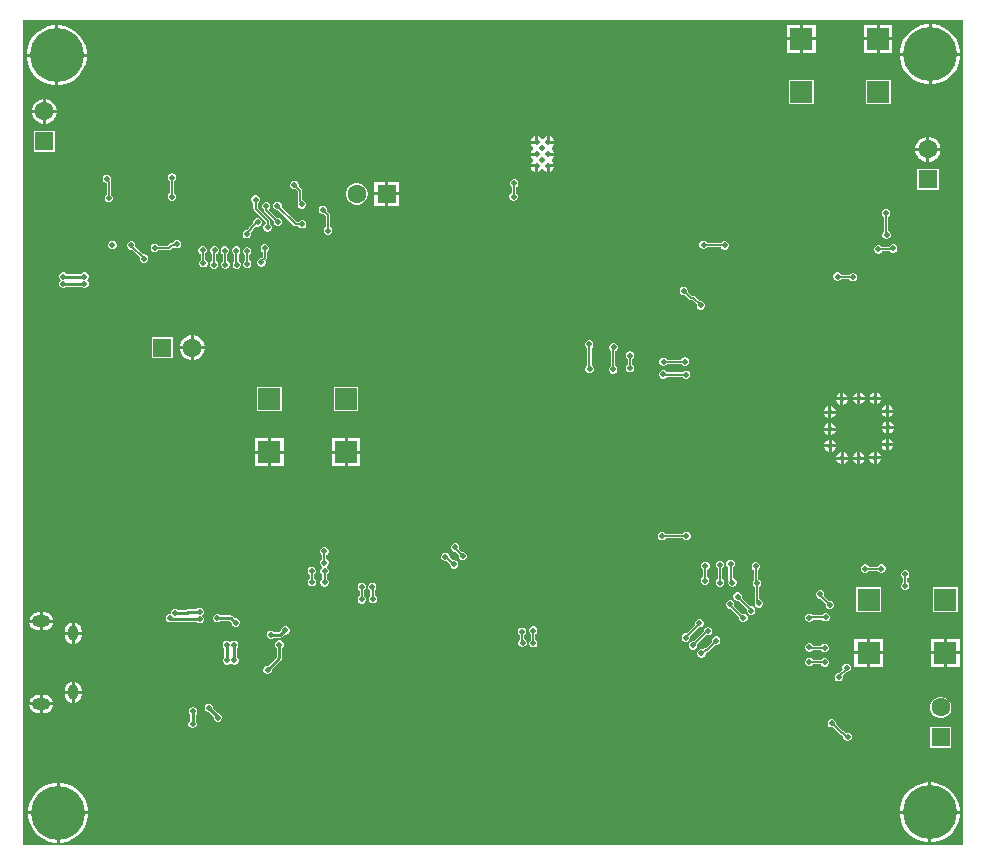
<source format=gbl>
G04*
G04 #@! TF.GenerationSoftware,Altium Limited,Altium Designer,25.8.1 (18)*
G04*
G04 Layer_Physical_Order=2*
G04 Layer_Color=16711680*
%FSLAX25Y25*%
%MOIN*%
G70*
G04*
G04 #@! TF.SameCoordinates,64F7C8A9-438D-4F9F-9055-C3E4DFCE694A*
G04*
G04*
G04 #@! TF.FilePolarity,Positive*
G04*
G01*
G75*
%ADD14C,0.01000*%
%ADD16C,0.00600*%
%ADD97C,0.01091*%
%ADD99C,0.01968*%
%ADD100C,0.06299*%
%ADD101R,0.07480X0.07480*%
%ADD102C,0.18000*%
%ADD103O,0.06102X0.03950*%
%ADD104O,0.03500X0.05118*%
%ADD105R,0.06299X0.06299*%
%ADD106C,0.02000*%
%ADD107R,0.06299X0.06299*%
%ADD108C,0.04000*%
G36*
X314082Y918D02*
X918D01*
Y275882D01*
X314082D01*
Y918D01*
D02*
G37*
%LPC*%
G36*
X290535Y274498D02*
X286295D01*
Y270258D01*
X290535D01*
Y274498D01*
D02*
G37*
G36*
X285295D02*
X281055D01*
Y270258D01*
X285295D01*
Y274498D01*
D02*
G37*
G36*
X264945D02*
X260705D01*
Y270258D01*
X264945D01*
Y274498D01*
D02*
G37*
G36*
X259705D02*
X255465D01*
Y270258D01*
X259705D01*
Y274498D01*
D02*
G37*
G36*
X304085Y274600D02*
X303600D01*
Y265100D01*
X313100D01*
Y265585D01*
X312716Y267517D01*
X311962Y269337D01*
X310868Y270975D01*
X309475Y272368D01*
X307837Y273462D01*
X306017Y274216D01*
X304085Y274600D01*
D02*
G37*
G36*
X302600D02*
X302115D01*
X300183Y274216D01*
X298363Y273462D01*
X296725Y272368D01*
X295333Y270975D01*
X294238Y269337D01*
X293484Y267517D01*
X293100Y265585D01*
Y265100D01*
X302600D01*
Y274600D01*
D02*
G37*
G36*
X290535Y269258D02*
X286295D01*
Y265018D01*
X290535D01*
Y269258D01*
D02*
G37*
G36*
X285295D02*
X281055D01*
Y265018D01*
X285295D01*
Y269258D01*
D02*
G37*
G36*
X264945Y269258D02*
X260705D01*
Y265018D01*
X264945D01*
Y269258D01*
D02*
G37*
G36*
X259705D02*
X255465D01*
Y265018D01*
X259705D01*
Y269258D01*
D02*
G37*
G36*
X12985Y274300D02*
X12500D01*
Y264800D01*
X22000D01*
Y265285D01*
X21616Y267217D01*
X20862Y269037D01*
X19768Y270675D01*
X18375Y272067D01*
X16737Y273162D01*
X14917Y273916D01*
X12985Y274300D01*
D02*
G37*
G36*
X11500D02*
X11015D01*
X9083Y273916D01*
X7263Y273162D01*
X5625Y272067D01*
X4233Y270675D01*
X3138Y269037D01*
X2384Y267217D01*
X2000Y265285D01*
Y264800D01*
X11500D01*
Y274300D01*
D02*
G37*
G36*
X313100Y264100D02*
X303600D01*
Y254600D01*
X304085D01*
X306017Y254984D01*
X307837Y255738D01*
X309475Y256833D01*
X310868Y258225D01*
X311962Y259863D01*
X312716Y261683D01*
X313100Y263615D01*
Y264100D01*
D02*
G37*
G36*
X302600D02*
X293100D01*
Y263615D01*
X293484Y261683D01*
X294238Y259863D01*
X295333Y258225D01*
X296725Y256833D01*
X298363Y255738D01*
X300183Y254984D01*
X302115Y254600D01*
X302600D01*
Y264100D01*
D02*
G37*
G36*
X22000Y263800D02*
X12500D01*
Y254300D01*
X12985D01*
X14917Y254684D01*
X16737Y255438D01*
X18375Y256533D01*
X19768Y257925D01*
X20862Y259563D01*
X21616Y261383D01*
X22000Y263315D01*
Y263800D01*
D02*
G37*
G36*
X11500D02*
X2000D01*
Y263315D01*
X2384Y261383D01*
X3138Y259563D01*
X4233Y257925D01*
X5625Y256533D01*
X7263Y255438D01*
X9083Y254684D01*
X11015Y254300D01*
X11500D01*
Y263800D01*
D02*
G37*
G36*
X289935Y256182D02*
X281655D01*
Y247902D01*
X289935D01*
Y256182D01*
D02*
G37*
G36*
X264345D02*
X256065D01*
Y247902D01*
X264345D01*
Y256182D01*
D02*
G37*
G36*
X8440Y249700D02*
X8394D01*
Y246050D01*
X12043D01*
Y246096D01*
X11761Y247152D01*
X11214Y248098D01*
X10442Y248871D01*
X9495Y249417D01*
X8440Y249700D01*
D02*
G37*
G36*
X7394D02*
X7347D01*
X6292Y249417D01*
X5346Y248871D01*
X4573Y248098D01*
X4027Y247152D01*
X3744Y246096D01*
Y246050D01*
X7394D01*
Y249700D01*
D02*
G37*
G36*
X12043Y245050D02*
X8394D01*
Y241401D01*
X8440D01*
X9495Y241683D01*
X10442Y242230D01*
X11214Y243002D01*
X11761Y243948D01*
X12043Y245004D01*
Y245050D01*
D02*
G37*
G36*
X7394D02*
X3744D01*
Y245004D01*
X4027Y243948D01*
X4573Y243002D01*
X5346Y242230D01*
X6292Y241683D01*
X7347Y241401D01*
X7394D01*
Y245050D01*
D02*
G37*
G36*
X176368Y237209D02*
Y235769D01*
X177809D01*
X177551Y236392D01*
X176992Y236951D01*
X176368Y237209D01*
D02*
G37*
G36*
X171432D02*
X170808Y236951D01*
X170249Y236392D01*
X169991Y235769D01*
X171432D01*
Y237209D01*
D02*
G37*
G36*
X302946Y237050D02*
X302900D01*
Y233400D01*
X306550D01*
Y233446D01*
X306267Y234502D01*
X305720Y235448D01*
X304948Y236221D01*
X304002Y236767D01*
X302946Y237050D01*
D02*
G37*
G36*
X301900D02*
X301854D01*
X300798Y236767D01*
X299852Y236221D01*
X299079Y235448D01*
X298533Y234502D01*
X298250Y233446D01*
Y233400D01*
X301900D01*
Y237050D01*
D02*
G37*
G36*
X11443Y239100D02*
X4344D01*
Y232000D01*
X11443D01*
Y239100D01*
D02*
G37*
G36*
X306550Y232400D02*
X302900D01*
Y228750D01*
X302946D01*
X304002Y229033D01*
X304948Y229579D01*
X305720Y230352D01*
X306267Y231298D01*
X306550Y232354D01*
Y232400D01*
D02*
G37*
G36*
X301900D02*
X298250D01*
Y232354D01*
X298533Y231298D01*
X299079Y230352D01*
X299852Y229579D01*
X300798Y229033D01*
X301854Y228750D01*
X301900D01*
Y232400D01*
D02*
G37*
G36*
X177809Y226894D02*
X176368D01*
Y225454D01*
X176992Y225712D01*
X177551Y226271D01*
X177809Y226894D01*
D02*
G37*
G36*
X172432Y237209D02*
Y235268D01*
X171932D01*
Y234769D01*
X169991D01*
X170249Y234144D01*
X170753Y233641D01*
X170783Y233300D01*
X170753Y232959D01*
X170249Y232455D01*
X169991Y231832D01*
X171932D01*
Y230832D01*
X169991D01*
X170249Y230207D01*
X170753Y229704D01*
X170783Y229363D01*
X170753Y229022D01*
X170249Y228519D01*
X169991Y227894D01*
X171932D01*
Y227395D01*
X172432D01*
Y225454D01*
X173056Y225712D01*
X173559Y226216D01*
X173900Y226246D01*
X174241Y226216D01*
X174744Y225712D01*
X175368Y225454D01*
Y227395D01*
X175868D01*
Y227894D01*
X177809D01*
X177551Y228519D01*
X177047Y229022D01*
X177017Y229363D01*
X177047Y229704D01*
X177551Y230207D01*
X177809Y230832D01*
X175868D01*
Y231832D01*
X177809D01*
X177551Y232455D01*
X177047Y232959D01*
X177017Y233300D01*
X177047Y233641D01*
X177551Y234144D01*
X177809Y234769D01*
X175868D01*
Y235268D01*
X175368D01*
Y237209D01*
X174744Y236951D01*
X174241Y236447D01*
X173900Y236417D01*
X173559Y236447D01*
X173056Y236951D01*
X172432Y237209D01*
D02*
G37*
G36*
X171432Y226894D02*
X169991D01*
X170249Y226271D01*
X170808Y225712D01*
X171432Y225454D01*
Y226894D01*
D02*
G37*
G36*
X305950Y226450D02*
X298850D01*
Y219350D01*
X305950D01*
Y226450D01*
D02*
G37*
G36*
X126197Y222200D02*
X122547D01*
Y218550D01*
X126197D01*
Y222200D01*
D02*
G37*
G36*
X121547D02*
X117898D01*
Y218550D01*
X121547D01*
Y222200D01*
D02*
G37*
G36*
X164778Y223000D02*
X164222D01*
X163707Y222787D01*
X163313Y222393D01*
X163100Y221879D01*
Y221322D01*
X163313Y220807D01*
X163686Y220434D01*
Y218461D01*
X163507Y218387D01*
X163113Y217993D01*
X162900Y217478D01*
Y216921D01*
X163113Y216407D01*
X163507Y216013D01*
X164022Y215800D01*
X164578D01*
X165093Y216013D01*
X165487Y216407D01*
X165700Y216921D01*
Y217478D01*
X165487Y217993D01*
X165114Y218366D01*
Y220339D01*
X165293Y220413D01*
X165687Y220807D01*
X165900Y221322D01*
Y221879D01*
X165687Y222393D01*
X165293Y222787D01*
X164778Y223000D01*
D02*
G37*
G36*
X50693Y224934D02*
X50136D01*
X49621Y224721D01*
X49228Y224327D01*
X49014Y223813D01*
Y223256D01*
X49228Y222741D01*
X49621Y222347D01*
X49693Y222318D01*
Y218310D01*
X49606Y218274D01*
X49212Y217880D01*
X48999Y217365D01*
Y216809D01*
X49212Y216294D01*
X49606Y215900D01*
X50121Y215687D01*
X50678D01*
X51192Y215900D01*
X51586Y216294D01*
X51799Y216809D01*
Y217365D01*
X51586Y217880D01*
X51192Y218274D01*
X51121Y218303D01*
Y222311D01*
X51208Y222347D01*
X51601Y222741D01*
X51814Y223256D01*
Y223813D01*
X51601Y224327D01*
X51208Y224721D01*
X50693Y224934D01*
D02*
G37*
G36*
X28957Y224539D02*
X28400D01*
X27886Y224326D01*
X27492Y223932D01*
X27279Y223418D01*
Y222861D01*
X27492Y222346D01*
X27886Y221952D01*
X28400Y221739D01*
X28678D01*
Y217905D01*
X28598Y217872D01*
X28205Y217478D01*
X27991Y216964D01*
Y216407D01*
X28205Y215892D01*
X28598Y215498D01*
X29113Y215285D01*
X29670D01*
X30184Y215498D01*
X30578Y215892D01*
X30791Y216407D01*
Y216964D01*
X30578Y217478D01*
X30184Y217872D01*
X30105Y217905D01*
Y222088D01*
X30051Y222361D01*
X29940Y222526D01*
X30079Y222861D01*
Y223418D01*
X29866Y223932D01*
X29472Y224326D01*
X28957Y224539D01*
D02*
G37*
G36*
X112515Y221600D02*
X111580D01*
X110677Y221358D01*
X109868Y220890D01*
X109207Y220230D01*
X108740Y219420D01*
X108498Y218517D01*
Y217583D01*
X108740Y216680D01*
X109207Y215871D01*
X109868Y215210D01*
X110677Y214742D01*
X111580Y214500D01*
X112515D01*
X113417Y214742D01*
X114227Y215210D01*
X114888Y215871D01*
X115355Y216680D01*
X115597Y217583D01*
Y218517D01*
X115355Y219420D01*
X114888Y220230D01*
X114227Y220890D01*
X113417Y221358D01*
X112515Y221600D01*
D02*
G37*
G36*
X126197Y217550D02*
X122547D01*
Y213900D01*
X126197D01*
Y217550D01*
D02*
G37*
G36*
X121547D02*
X117898D01*
Y213900D01*
X121547D01*
Y217550D01*
D02*
G37*
G36*
X91504Y222450D02*
X90947D01*
X90433Y222237D01*
X90039Y221843D01*
X89826Y221329D01*
Y220772D01*
X90039Y220257D01*
X90433Y219863D01*
X90947Y219650D01*
X91504D01*
X91584Y219683D01*
X92391Y218875D01*
Y215574D01*
X92446Y215301D01*
X92464Y215274D01*
X92300Y214879D01*
Y214321D01*
X92513Y213807D01*
X92907Y213413D01*
X93422Y213200D01*
X93979D01*
X94493Y213413D01*
X94887Y213807D01*
X95100Y214321D01*
Y214879D01*
X94887Y215393D01*
X94493Y215787D01*
X93979Y216000D01*
X93819D01*
Y219171D01*
X93764Y219444D01*
X93610Y219675D01*
X92593Y220692D01*
X92626Y220772D01*
Y221329D01*
X92413Y221843D01*
X92019Y222237D01*
X91504Y222450D01*
D02*
G37*
G36*
X82086Y215407D02*
X81529D01*
X81015Y215194D01*
X80621Y214800D01*
X80408Y214285D01*
Y213728D01*
X80621Y213214D01*
X81015Y212820D01*
X81170Y212756D01*
Y212596D01*
X81225Y212323D01*
X81379Y212091D01*
X84326Y209145D01*
X84293Y209065D01*
Y208508D01*
X84506Y207994D01*
X84900Y207600D01*
X85415Y207387D01*
X85971D01*
X86486Y207600D01*
X86880Y207994D01*
X87093Y208508D01*
Y209065D01*
X86880Y209580D01*
X86486Y209974D01*
X85971Y210187D01*
X85415D01*
X85335Y210154D01*
X82635Y212854D01*
X82995Y213214D01*
X83208Y213728D01*
Y214285D01*
X82995Y214800D01*
X82601Y215194D01*
X82086Y215407D01*
D02*
G37*
G36*
X79204Y209946D02*
X78647D01*
X78132Y209733D01*
X77738Y209339D01*
X77525Y208824D01*
Y208334D01*
X76359Y207168D01*
X76205Y206937D01*
X76184Y206833D01*
X75408Y206057D01*
X75043D01*
X74529Y205844D01*
X74135Y205450D01*
X73922Y204936D01*
Y204379D01*
X74135Y203864D01*
X74529Y203470D01*
X75043Y203257D01*
X75600D01*
X76115Y203470D01*
X76509Y203864D01*
X76722Y204379D01*
Y204936D01*
X76600Y205231D01*
X77369Y205999D01*
X77523Y206231D01*
X77544Y206334D01*
X78441Y207231D01*
X78647Y207146D01*
X79204D01*
X79718Y207359D01*
X80112Y207753D01*
X80325Y208267D01*
Y208824D01*
X80112Y209339D01*
X79718Y209733D01*
X79204Y209946D01*
D02*
G37*
G36*
X85813Y215522D02*
X85256D01*
X84741Y215308D01*
X84347Y214915D01*
X84134Y214400D01*
Y213843D01*
X84347Y213329D01*
X84741Y212935D01*
X85256Y212722D01*
X85813D01*
X85892Y212755D01*
X91151Y207495D01*
X91383Y207341D01*
X91656Y207286D01*
X92580D01*
X92613Y207207D01*
X93007Y206813D01*
X93521Y206600D01*
X94078D01*
X94593Y206813D01*
X94987Y207207D01*
X95200Y207721D01*
Y208278D01*
X94987Y208793D01*
X94593Y209187D01*
X94078Y209400D01*
X93521D01*
X93007Y209187D01*
X92613Y208793D01*
X92580Y208714D01*
X91951D01*
X86901Y213764D01*
X86934Y213843D01*
Y214400D01*
X86721Y214915D01*
X86327Y215308D01*
X85813Y215522D01*
D02*
G37*
G36*
X78579Y217600D02*
X78022D01*
X77507Y217387D01*
X77113Y216993D01*
X76900Y216478D01*
Y215921D01*
X77113Y215407D01*
X77507Y215013D01*
X77586Y214980D01*
Y213200D01*
X77641Y212927D01*
X77795Y212695D01*
X81686Y208804D01*
Y208161D01*
X81507Y208087D01*
X81113Y207693D01*
X80900Y207178D01*
Y206622D01*
X81113Y206107D01*
X81507Y205713D01*
X82021Y205500D01*
X82578D01*
X83093Y205713D01*
X83487Y206107D01*
X83700Y206622D01*
Y207178D01*
X83487Y207693D01*
X83114Y208066D01*
Y209100D01*
X83059Y209373D01*
X82905Y209605D01*
X79014Y213496D01*
Y214980D01*
X79093Y215013D01*
X79487Y215407D01*
X79700Y215921D01*
Y216478D01*
X79487Y216993D01*
X79093Y217387D01*
X78579Y217600D01*
D02*
G37*
G36*
X100979Y214200D02*
X100422D01*
X99907Y213987D01*
X99513Y213593D01*
X99300Y213078D01*
Y212522D01*
X99513Y212007D01*
X99907Y211613D01*
X100422Y211400D01*
X100979D01*
X101058Y211433D01*
X101686Y210804D01*
Y207020D01*
X101607Y206987D01*
X101213Y206593D01*
X101000Y206079D01*
Y205521D01*
X101213Y205007D01*
X101607Y204613D01*
X102121Y204400D01*
X102679D01*
X103193Y204613D01*
X103587Y205007D01*
X103800Y205521D01*
Y206079D01*
X103587Y206593D01*
X103193Y206987D01*
X103114Y207020D01*
Y211100D01*
X103059Y211373D01*
X102905Y211605D01*
X102067Y212442D01*
X102100Y212522D01*
Y213078D01*
X101887Y213593D01*
X101493Y213987D01*
X100979Y214200D01*
D02*
G37*
G36*
X288679Y213100D02*
X288122D01*
X287607Y212887D01*
X287213Y212493D01*
X287000Y211979D01*
Y211421D01*
X287213Y210907D01*
X287607Y210513D01*
X287786Y210439D01*
Y205566D01*
X287413Y205193D01*
X287200Y204679D01*
Y204121D01*
X287413Y203607D01*
X287807Y203213D01*
X288321Y203000D01*
X288878D01*
X289393Y203213D01*
X289787Y203607D01*
X290000Y204121D01*
Y204679D01*
X289787Y205193D01*
X289393Y205587D01*
X289214Y205661D01*
Y210534D01*
X289587Y210907D01*
X289800Y211421D01*
Y211979D01*
X289587Y212493D01*
X289193Y212887D01*
X288679Y213100D01*
D02*
G37*
G36*
X52381Y202765D02*
X51824D01*
X51310Y202552D01*
X50916Y202158D01*
X50772Y201811D01*
X50396D01*
X50122Y201757D01*
X49891Y201602D01*
X49044Y200755D01*
X45905D01*
X45872Y200834D01*
X45478Y201228D01*
X44963Y201441D01*
X44407D01*
X43892Y201228D01*
X43498Y200834D01*
X43285Y200320D01*
Y199763D01*
X43498Y199248D01*
X43892Y198854D01*
X44407Y198641D01*
X44963D01*
X45478Y198854D01*
X45872Y199248D01*
X45905Y199327D01*
X49339D01*
X49613Y199382D01*
X49844Y199536D01*
X50691Y200383D01*
X51104D01*
X51310Y200178D01*
X51824Y199965D01*
X52381D01*
X52896Y200178D01*
X53290Y200572D01*
X53503Y201087D01*
Y201644D01*
X53290Y202158D01*
X52896Y202552D01*
X52381Y202765D01*
D02*
G37*
G36*
X291078Y201300D02*
X290522D01*
X290007Y201087D01*
X289613Y200693D01*
X289462Y200328D01*
X289392Y200314D01*
X287120D01*
X287087Y200393D01*
X286693Y200787D01*
X286178Y201000D01*
X285622D01*
X285107Y200787D01*
X284713Y200393D01*
X284500Y199879D01*
Y199321D01*
X284713Y198807D01*
X285107Y198413D01*
X285622Y198200D01*
X286178D01*
X286693Y198413D01*
X287087Y198807D01*
X287120Y198886D01*
X289521D01*
X289683Y198918D01*
X289802D01*
X290007Y198713D01*
X290522Y198500D01*
X291078D01*
X291593Y198713D01*
X291987Y199107D01*
X292200Y199621D01*
Y200179D01*
X291987Y200693D01*
X291593Y201087D01*
X291078Y201300D01*
D02*
G37*
G36*
X30863Y202450D02*
X30306D01*
X29791Y202237D01*
X29397Y201843D01*
X29184Y201328D01*
Y200771D01*
X29397Y200257D01*
X29791Y199863D01*
X30306Y199650D01*
X30863D01*
X31377Y199863D01*
X31771Y200257D01*
X31984Y200771D01*
Y201328D01*
X31771Y201843D01*
X31377Y202237D01*
X30863Y202450D01*
D02*
G37*
G36*
X227878Y202500D02*
X227322D01*
X226807Y202287D01*
X226413Y201893D01*
X226200Y201378D01*
Y200821D01*
X226413Y200307D01*
X226807Y199913D01*
X227322Y199700D01*
X227878D01*
X228393Y199913D01*
X228766Y200286D01*
X233439D01*
X233513Y200107D01*
X233907Y199713D01*
X234421Y199500D01*
X234979D01*
X235493Y199713D01*
X235887Y200107D01*
X236100Y200622D01*
Y201179D01*
X235887Y201693D01*
X235493Y202087D01*
X234979Y202300D01*
X234421D01*
X233907Y202087D01*
X233534Y201714D01*
X228861D01*
X228787Y201893D01*
X228393Y202287D01*
X227878Y202500D01*
D02*
G37*
G36*
X37078Y202300D02*
X36522D01*
X36007Y202087D01*
X35613Y201693D01*
X35400Y201179D01*
Y200622D01*
X35613Y200107D01*
X36007Y199713D01*
X36522Y199500D01*
X37078D01*
X37122Y199518D01*
X39748Y196893D01*
X39700Y196779D01*
Y196221D01*
X39913Y195707D01*
X40307Y195313D01*
X40821Y195100D01*
X41379D01*
X41893Y195313D01*
X42287Y195707D01*
X42500Y196221D01*
Y196779D01*
X42287Y197293D01*
X41893Y197687D01*
X41379Y197900D01*
X40821D01*
X40778Y197882D01*
X38153Y200507D01*
X38200Y200622D01*
Y201179D01*
X37987Y201693D01*
X37593Y202087D01*
X37078Y202300D01*
D02*
G37*
G36*
X81626Y201378D02*
X81069D01*
X80554Y201165D01*
X80160Y200771D01*
X79947Y200257D01*
Y199700D01*
X80160Y199185D01*
X80554Y198792D01*
X80634Y198759D01*
Y197025D01*
X80259Y196650D01*
X79969D01*
X79454Y196437D01*
X79060Y196043D01*
X78847Y195529D01*
Y194972D01*
X79060Y194457D01*
X79454Y194063D01*
X79969Y193850D01*
X80526D01*
X81040Y194063D01*
X81434Y194457D01*
X81647Y194972D01*
Y195529D01*
X81503Y195876D01*
X81852Y196224D01*
X82007Y196456D01*
X82061Y196729D01*
Y198759D01*
X82140Y198792D01*
X82534Y199185D01*
X82747Y199700D01*
Y200257D01*
X82534Y200771D01*
X82140Y201165D01*
X81626Y201378D01*
D02*
G37*
G36*
X60926Y200729D02*
X60369D01*
X59854Y200516D01*
X59460Y200122D01*
X59247Y199607D01*
Y199050D01*
X59460Y198536D01*
X59854Y198142D01*
X60090Y198044D01*
Y196170D01*
X59713Y195793D01*
X59500Y195279D01*
Y194721D01*
X59713Y194207D01*
X60107Y193813D01*
X60622Y193600D01*
X61178D01*
X61693Y193813D01*
X62087Y194207D01*
X62300Y194721D01*
Y195279D01*
X62087Y195793D01*
X61693Y196187D01*
X61518Y196260D01*
Y198219D01*
X61834Y198536D01*
X62047Y199050D01*
Y199607D01*
X61834Y200122D01*
X61440Y200516D01*
X60926Y200729D01*
D02*
G37*
G36*
X75720Y200394D02*
X75163D01*
X74649Y200181D01*
X74255Y199787D01*
X74042Y199273D01*
Y198716D01*
X74255Y198201D01*
X74649Y197807D01*
X74757Y197762D01*
Y195908D01*
X74707Y195887D01*
X74313Y195493D01*
X74100Y194978D01*
Y194422D01*
X74313Y193907D01*
X74707Y193513D01*
X75222Y193300D01*
X75779D01*
X76293Y193513D01*
X76687Y193907D01*
X76900Y194422D01*
Y194978D01*
X76687Y195493D01*
X76293Y195887D01*
X76185Y195932D01*
Y197787D01*
X76235Y197807D01*
X76629Y198201D01*
X76842Y198716D01*
Y199273D01*
X76629Y199787D01*
X76235Y200181D01*
X75720Y200394D01*
D02*
G37*
G36*
X72079Y200600D02*
X71522D01*
X71007Y200387D01*
X70613Y199993D01*
X70400Y199478D01*
Y198922D01*
X70613Y198407D01*
X71007Y198013D01*
X71186Y197939D01*
Y195666D01*
X70813Y195293D01*
X70600Y194779D01*
Y194221D01*
X70813Y193707D01*
X71207Y193313D01*
X71722Y193100D01*
X72278D01*
X72793Y193313D01*
X73187Y193707D01*
X73400Y194221D01*
Y194779D01*
X73187Y195293D01*
X72793Y195687D01*
X72614Y195761D01*
Y198034D01*
X72987Y198407D01*
X73200Y198922D01*
Y199478D01*
X72987Y199993D01*
X72593Y200387D01*
X72079Y200600D01*
D02*
G37*
G36*
X68278D02*
X67721D01*
X67207Y200387D01*
X66813Y199993D01*
X66600Y199478D01*
Y198922D01*
X66813Y198407D01*
X67207Y198013D01*
X67386Y197939D01*
Y195666D01*
X67013Y195293D01*
X66800Y194779D01*
Y194221D01*
X67013Y193707D01*
X67407Y193313D01*
X67922Y193100D01*
X68479D01*
X68993Y193313D01*
X69387Y193707D01*
X69600Y194221D01*
Y194779D01*
X69387Y195293D01*
X68993Y195687D01*
X68814Y195761D01*
Y198034D01*
X69187Y198407D01*
X69400Y198922D01*
Y199478D01*
X69187Y199993D01*
X68793Y200387D01*
X68278Y200600D01*
D02*
G37*
G36*
X64878Y200700D02*
X64322D01*
X63807Y200487D01*
X63413Y200093D01*
X63200Y199578D01*
Y199021D01*
X63413Y198507D01*
X63786Y198134D01*
Y195761D01*
X63607Y195687D01*
X63213Y195293D01*
X63000Y194779D01*
Y194221D01*
X63213Y193707D01*
X63607Y193313D01*
X64122Y193100D01*
X64679D01*
X65193Y193313D01*
X65587Y193707D01*
X65800Y194221D01*
Y194779D01*
X65587Y195293D01*
X65214Y195666D01*
Y198039D01*
X65393Y198113D01*
X65787Y198507D01*
X66000Y199021D01*
Y199578D01*
X65787Y200093D01*
X65393Y200487D01*
X64878Y200700D01*
D02*
G37*
G36*
X21478Y191900D02*
X20922D01*
X20407Y191687D01*
X20184Y191464D01*
X15216D01*
X14993Y191687D01*
X14479Y191900D01*
X13922D01*
X13407Y191687D01*
X13013Y191293D01*
X12800Y190779D01*
Y190222D01*
X13013Y189707D01*
X13028Y189692D01*
X13395Y189300D01*
X13028Y188908D01*
X13013Y188893D01*
X12800Y188379D01*
Y187821D01*
X13013Y187307D01*
X13407Y186913D01*
X13922Y186700D01*
X14479D01*
X14993Y186913D01*
X15216Y187136D01*
X20184D01*
X20407Y186913D01*
X20922Y186700D01*
X21478D01*
X21993Y186913D01*
X22387Y187307D01*
X22600Y187821D01*
Y188379D01*
X22387Y188893D01*
X22372Y188908D01*
X22005Y189300D01*
X22372Y189692D01*
X22387Y189707D01*
X22600Y190222D01*
Y190779D01*
X22387Y191293D01*
X21993Y191687D01*
X21478Y191900D01*
D02*
G37*
G36*
X272579D02*
X272022D01*
X271507Y191687D01*
X271113Y191293D01*
X270900Y190779D01*
Y190222D01*
X271113Y189707D01*
X271507Y189313D01*
X272022Y189100D01*
X272579D01*
X273093Y189313D01*
X273466Y189686D01*
X276139D01*
X276213Y189507D01*
X276607Y189113D01*
X277121Y188900D01*
X277678D01*
X278193Y189113D01*
X278587Y189507D01*
X278800Y190022D01*
Y190578D01*
X278587Y191093D01*
X278193Y191487D01*
X277678Y191700D01*
X277121D01*
X276607Y191487D01*
X276234Y191114D01*
X273561D01*
X273487Y191293D01*
X273093Y191687D01*
X272579Y191900D01*
D02*
G37*
G36*
X221292Y187107D02*
X220735D01*
X220220Y186894D01*
X219826Y186500D01*
X219613Y185985D01*
Y185429D01*
X219826Y184914D01*
X220220Y184520D01*
X220735Y184307D01*
X221292D01*
X221371Y184340D01*
X222824Y182887D01*
X223056Y182732D01*
X223329Y182678D01*
X223858D01*
X225292Y181244D01*
X225259Y181165D01*
Y180608D01*
X225472Y180093D01*
X225866Y179699D01*
X226380Y179486D01*
X226937D01*
X227452Y179699D01*
X227846Y180093D01*
X228059Y180608D01*
Y181165D01*
X227846Y181679D01*
X227452Y182073D01*
X226937Y182286D01*
X226380D01*
X226301Y182253D01*
X224658Y183896D01*
X224427Y184051D01*
X224154Y184105D01*
X223624D01*
X222380Y185349D01*
X222413Y185429D01*
Y185985D01*
X222200Y186500D01*
X221806Y186894D01*
X221292Y187107D01*
D02*
G37*
G36*
X57694Y171000D02*
X57647D01*
Y167350D01*
X61297D01*
Y167396D01*
X61014Y168452D01*
X60468Y169398D01*
X59695Y170171D01*
X58749Y170717D01*
X57694Y171000D01*
D02*
G37*
G36*
X56647D02*
X56601D01*
X55546Y170717D01*
X54599Y170171D01*
X53827Y169398D01*
X53280Y168452D01*
X52998Y167396D01*
Y167350D01*
X56647D01*
Y171000D01*
D02*
G37*
G36*
X50697Y170400D02*
X43598D01*
Y163301D01*
X50697D01*
Y170400D01*
D02*
G37*
G36*
X221678Y163600D02*
X221122D01*
X220607Y163387D01*
X220213Y162993D01*
X220160Y162864D01*
X215499D01*
X215487Y162893D01*
X215093Y163287D01*
X214579Y163500D01*
X214021D01*
X213507Y163287D01*
X213113Y162893D01*
X212900Y162379D01*
Y161821D01*
X213113Y161307D01*
X213507Y160913D01*
X214021Y160700D01*
X214579D01*
X215093Y160913D01*
X215487Y161307D01*
X215540Y161436D01*
X220201D01*
X220213Y161407D01*
X220607Y161013D01*
X221122Y160800D01*
X221678D01*
X222193Y161013D01*
X222587Y161407D01*
X222800Y161922D01*
Y162478D01*
X222587Y162993D01*
X222193Y163387D01*
X221678Y163600D01*
D02*
G37*
G36*
X61297Y166350D02*
X57647D01*
Y162700D01*
X57694D01*
X58749Y162983D01*
X59695Y163530D01*
X60468Y164302D01*
X61014Y165248D01*
X61297Y166304D01*
Y166350D01*
D02*
G37*
G36*
X56647D02*
X52998D01*
Y166304D01*
X53280Y165248D01*
X53827Y164302D01*
X54599Y163530D01*
X55546Y162983D01*
X56601Y162700D01*
X56647D01*
Y166350D01*
D02*
G37*
G36*
X203379Y165600D02*
X202821D01*
X202307Y165387D01*
X201913Y164993D01*
X201700Y164479D01*
Y163921D01*
X201913Y163407D01*
X202307Y163013D01*
X202386Y162980D01*
Y161206D01*
X202307Y161173D01*
X201913Y160779D01*
X201700Y160265D01*
Y159708D01*
X201913Y159193D01*
X202307Y158799D01*
X202821Y158586D01*
X203379D01*
X203893Y158799D01*
X204287Y159193D01*
X204500Y159708D01*
Y160265D01*
X204287Y160779D01*
X203893Y161173D01*
X203814Y161206D01*
Y162980D01*
X203893Y163013D01*
X204287Y163407D01*
X204500Y163921D01*
Y164479D01*
X204287Y164993D01*
X203893Y165387D01*
X203379Y165600D01*
D02*
G37*
G36*
X189759Y169338D02*
X189202D01*
X188687Y169125D01*
X188294Y168731D01*
X188081Y168217D01*
Y167660D01*
X188294Y167145D01*
X188687Y166752D01*
X188827Y166694D01*
Y160895D01*
X188807Y160887D01*
X188413Y160493D01*
X188200Y159978D01*
Y159422D01*
X188413Y158907D01*
X188807Y158513D01*
X189321Y158300D01*
X189878D01*
X190393Y158513D01*
X190787Y158907D01*
X191000Y159422D01*
Y159978D01*
X190787Y160493D01*
X190393Y160887D01*
X190254Y160944D01*
Y166743D01*
X190273Y166752D01*
X190667Y167145D01*
X190881Y167660D01*
Y168217D01*
X190667Y168731D01*
X190273Y169125D01*
X189759Y169338D01*
D02*
G37*
G36*
X197929Y168350D02*
X197371D01*
X196857Y168137D01*
X196463Y167743D01*
X196250Y167228D01*
Y166672D01*
X196463Y166157D01*
X196786Y165834D01*
Y160820D01*
X196707Y160787D01*
X196313Y160393D01*
X196100Y159879D01*
Y159321D01*
X196313Y158807D01*
X196707Y158413D01*
X197222Y158200D01*
X197778D01*
X198293Y158413D01*
X198687Y158807D01*
X198900Y159321D01*
Y159879D01*
X198687Y160393D01*
X198293Y160787D01*
X198214Y160820D01*
Y165668D01*
X198443Y165763D01*
X198837Y166157D01*
X199050Y166672D01*
Y167228D01*
X198837Y167743D01*
X198443Y168137D01*
X197929Y168350D01*
D02*
G37*
G36*
X214421Y159300D02*
X213864D01*
X213350Y159087D01*
X212956Y158693D01*
X212743Y158178D01*
Y157622D01*
X212956Y157107D01*
X213350Y156713D01*
X213864Y156500D01*
X214421D01*
X214936Y156713D01*
X215330Y157107D01*
X215342Y157136D01*
X220538D01*
X220592Y157007D01*
X220985Y156613D01*
X221500Y156400D01*
X222057D01*
X222571Y156613D01*
X222965Y157007D01*
X223179Y157521D01*
Y158079D01*
X222965Y158593D01*
X222571Y158987D01*
X222057Y159200D01*
X221500D01*
X220985Y158987D01*
X220592Y158593D01*
X220580Y158564D01*
X215383D01*
X215330Y158693D01*
X214936Y159087D01*
X214421Y159300D01*
D02*
G37*
G36*
X285388Y151869D02*
Y150412D01*
X286846D01*
X286584Y151045D01*
X286021Y151607D01*
X285388Y151869D01*
D02*
G37*
G36*
X279888D02*
Y150412D01*
X281346D01*
X281084Y151045D01*
X280521Y151607D01*
X279888Y151869D01*
D02*
G37*
G36*
X284388Y151869D02*
X283755Y151607D01*
X283193Y151045D01*
X282930Y150412D01*
X284388D01*
Y151869D01*
D02*
G37*
G36*
X278888D02*
X278255Y151607D01*
X277693Y151045D01*
X277431Y150412D01*
X278888D01*
Y151869D01*
D02*
G37*
G36*
X274188Y151670D02*
Y150212D01*
X275646D01*
X275384Y150845D01*
X274821Y151407D01*
X274188Y151670D01*
D02*
G37*
G36*
X273188Y151670D02*
X272555Y151407D01*
X271993Y150845D01*
X271730Y150212D01*
X273188D01*
Y151670D01*
D02*
G37*
G36*
X286846Y149412D02*
X285388D01*
Y147954D01*
X286021Y148216D01*
X286584Y148779D01*
X286846Y149412D01*
D02*
G37*
G36*
X281346D02*
X279888D01*
Y147954D01*
X280521Y148216D01*
X281084Y148779D01*
X281346Y149412D01*
D02*
G37*
G36*
X284388D02*
X282930D01*
X283193Y148779D01*
X283755Y148216D01*
X284388Y147954D01*
Y149412D01*
D02*
G37*
G36*
X278888D02*
X277431D01*
X277693Y148779D01*
X278255Y148216D01*
X278888Y147954D01*
Y149412D01*
D02*
G37*
G36*
X275646Y149212D02*
X274188D01*
Y147754D01*
X274821Y148016D01*
X275384Y148579D01*
X275646Y149212D01*
D02*
G37*
G36*
X273188D02*
X271730D01*
X271993Y148579D01*
X272555Y148016D01*
X273188Y147754D01*
Y149212D01*
D02*
G37*
G36*
X289388Y147570D02*
Y146112D01*
X290846D01*
X290584Y146745D01*
X290021Y147307D01*
X289388Y147570D01*
D02*
G37*
G36*
X288388Y147570D02*
X287755Y147307D01*
X287193Y146745D01*
X286930Y146112D01*
X288388D01*
Y147570D01*
D02*
G37*
G36*
X270188Y147269D02*
Y145812D01*
X271646D01*
X271384Y146445D01*
X270821Y147007D01*
X270188Y147269D01*
D02*
G37*
G36*
X269188Y147269D02*
X268555Y147007D01*
X267993Y146445D01*
X267730Y145812D01*
X269188D01*
Y147269D01*
D02*
G37*
G36*
X112583Y153849D02*
X104302D01*
Y145568D01*
X112583D01*
Y153849D01*
D02*
G37*
G36*
X86992D02*
X78712D01*
Y145568D01*
X86992D01*
Y153849D01*
D02*
G37*
G36*
X290846Y145112D02*
X289388D01*
Y143654D01*
X290021Y143916D01*
X290584Y144479D01*
X290846Y145112D01*
D02*
G37*
G36*
X288388D02*
X286930D01*
X287193Y144479D01*
X287755Y143916D01*
X288388Y143654D01*
Y145112D01*
D02*
G37*
G36*
X271646Y144812D02*
X270188D01*
Y143354D01*
X270821Y143616D01*
X271384Y144179D01*
X271646Y144812D01*
D02*
G37*
G36*
X269188D02*
X267730D01*
X267993Y144179D01*
X268555Y143616D01*
X269188Y143354D01*
Y144812D01*
D02*
G37*
G36*
X289488Y142169D02*
Y140712D01*
X290946D01*
X290684Y141345D01*
X290121Y141907D01*
X289488Y142169D01*
D02*
G37*
G36*
X288488Y142169D02*
X287855Y141907D01*
X287293Y141345D01*
X287031Y140712D01*
X288488D01*
Y142169D01*
D02*
G37*
G36*
X270188Y141569D02*
Y140112D01*
X271646D01*
X271384Y140745D01*
X270821Y141307D01*
X270188Y141569D01*
D02*
G37*
G36*
X269188Y141569D02*
X268555Y141307D01*
X267993Y140745D01*
X267730Y140112D01*
X269188D01*
Y141569D01*
D02*
G37*
G36*
X290946Y139712D02*
X289488D01*
Y138254D01*
X290121Y138516D01*
X290684Y139079D01*
X290946Y139712D01*
D02*
G37*
G36*
X288488D02*
X287031D01*
X287293Y139079D01*
X287855Y138516D01*
X288488Y138254D01*
Y139712D01*
D02*
G37*
G36*
X271646Y139112D02*
X270188D01*
Y137654D01*
X270821Y137916D01*
X271384Y138479D01*
X271646Y139112D01*
D02*
G37*
G36*
X269188D02*
X267730D01*
X267993Y138479D01*
X268555Y137916D01*
X269188Y137654D01*
Y139112D01*
D02*
G37*
G36*
X289388Y136469D02*
Y135012D01*
X290846D01*
X290584Y135645D01*
X290021Y136207D01*
X289388Y136469D01*
D02*
G37*
G36*
X288388Y136469D02*
X287755Y136207D01*
X287193Y135645D01*
X286930Y135012D01*
X288388D01*
Y136469D01*
D02*
G37*
G36*
X270288Y136070D02*
Y134612D01*
X271746D01*
X271484Y135245D01*
X270921Y135807D01*
X270288Y136070D01*
D02*
G37*
G36*
X269288Y136070D02*
X268655Y135807D01*
X268093Y135245D01*
X267830Y134612D01*
X269288D01*
Y136070D01*
D02*
G37*
G36*
X290846Y134012D02*
X289388D01*
Y132554D01*
X290021Y132816D01*
X290584Y133379D01*
X290846Y134012D01*
D02*
G37*
G36*
X288388D02*
X286930D01*
X287193Y133379D01*
X287755Y132816D01*
X288388Y132554D01*
Y134012D01*
D02*
G37*
G36*
X87592Y136732D02*
X83352D01*
Y132492D01*
X87592D01*
Y136732D01*
D02*
G37*
G36*
X82352D02*
X78112D01*
Y132492D01*
X82352D01*
Y136732D01*
D02*
G37*
G36*
X113183D02*
X108942D01*
Y132492D01*
X113183D01*
Y136732D01*
D02*
G37*
G36*
X107942D02*
X103702D01*
Y132492D01*
X107942D01*
Y136732D01*
D02*
G37*
G36*
X271746Y133612D02*
X270288D01*
Y132154D01*
X270921Y132416D01*
X271484Y132979D01*
X271746Y133612D01*
D02*
G37*
G36*
X269288D02*
X267830D01*
X268093Y132979D01*
X268655Y132416D01*
X269288Y132154D01*
Y133612D01*
D02*
G37*
G36*
X285288Y132070D02*
Y130612D01*
X286746D01*
X286484Y131245D01*
X285921Y131807D01*
X285288Y132070D01*
D02*
G37*
G36*
X284288Y132070D02*
X283655Y131807D01*
X283093Y131245D01*
X282831Y130612D01*
X284288D01*
Y132070D01*
D02*
G37*
G36*
X279788Y131969D02*
Y130512D01*
X281246D01*
X280984Y131145D01*
X280421Y131707D01*
X279788Y131969D01*
D02*
G37*
G36*
X274288D02*
Y130512D01*
X275746D01*
X275484Y131145D01*
X274921Y131707D01*
X274288Y131969D01*
D02*
G37*
G36*
X278788Y131969D02*
X278155Y131707D01*
X277593Y131145D01*
X277330Y130512D01*
X278788D01*
Y131969D01*
D02*
G37*
G36*
X273288D02*
X272655Y131707D01*
X272093Y131145D01*
X271831Y130512D01*
X273288D01*
Y131969D01*
D02*
G37*
G36*
X286746Y129612D02*
X285288D01*
Y128154D01*
X285921Y128416D01*
X286484Y128979D01*
X286746Y129612D01*
D02*
G37*
G36*
X284288D02*
X282831D01*
X283093Y128979D01*
X283655Y128416D01*
X284288Y128154D01*
Y129612D01*
D02*
G37*
G36*
X281246Y129512D02*
X279788D01*
Y128054D01*
X280421Y128316D01*
X280984Y128879D01*
X281246Y129512D01*
D02*
G37*
G36*
X275746D02*
X274288D01*
Y128054D01*
X274921Y128316D01*
X275484Y128879D01*
X275746Y129512D01*
D02*
G37*
G36*
X278788D02*
X277330D01*
X277593Y128879D01*
X278155Y128316D01*
X278788Y128054D01*
Y129512D01*
D02*
G37*
G36*
X273288D02*
X271831D01*
X272093Y128879D01*
X272655Y128316D01*
X273288Y128054D01*
Y129512D01*
D02*
G37*
G36*
X113183Y131492D02*
X108942D01*
Y127252D01*
X113183D01*
Y131492D01*
D02*
G37*
G36*
X107942D02*
X103702D01*
Y127252D01*
X107942D01*
Y131492D01*
D02*
G37*
G36*
X87592Y131492D02*
X83352D01*
Y127252D01*
X87592D01*
Y131492D01*
D02*
G37*
G36*
X82352D02*
X78112D01*
Y127252D01*
X82352D01*
Y131492D01*
D02*
G37*
G36*
X222179Y105450D02*
X221621D01*
X221107Y105237D01*
X220713Y104843D01*
X220680Y104764D01*
X214970D01*
X214937Y104843D01*
X214543Y105237D01*
X214029Y105450D01*
X213472D01*
X212957Y105237D01*
X212563Y104843D01*
X212350Y104329D01*
Y103771D01*
X212563Y103257D01*
X212957Y102863D01*
X213472Y102650D01*
X214029D01*
X214543Y102863D01*
X214937Y103257D01*
X214970Y103336D01*
X220680D01*
X220713Y103257D01*
X221107Y102863D01*
X221621Y102650D01*
X222179D01*
X222693Y102863D01*
X223087Y103257D01*
X223300Y103771D01*
Y104329D01*
X223087Y104843D01*
X222693Y105237D01*
X222179Y105450D01*
D02*
G37*
G36*
X145081Y101619D02*
X144524D01*
X144010Y101406D01*
X143616Y101012D01*
X143403Y100498D01*
Y99941D01*
X143616Y99426D01*
X144010Y99032D01*
X144524Y98819D01*
X145036D01*
X146046Y97809D01*
X145967Y97619D01*
Y97062D01*
X146180Y96547D01*
X146574Y96154D01*
X147089Y95940D01*
X147646D01*
X148160Y96154D01*
X148554Y96547D01*
X148767Y97062D01*
Y97619D01*
X148554Y98133D01*
X148160Y98527D01*
X147646Y98740D01*
X147134D01*
X146124Y99750D01*
X146203Y99941D01*
Y100498D01*
X145990Y101012D01*
X145596Y101406D01*
X145081Y101619D01*
D02*
G37*
G36*
X287178Y94600D02*
X286621D01*
X286107Y94387D01*
X285713Y93993D01*
X285660Y93864D01*
X282670D01*
X282637Y93943D01*
X282243Y94337D01*
X281729Y94550D01*
X281171D01*
X280657Y94337D01*
X280263Y93943D01*
X280050Y93428D01*
Y92871D01*
X280263Y92357D01*
X280657Y91963D01*
X281171Y91750D01*
X281729D01*
X282243Y91963D01*
X282637Y92357D01*
X282670Y92436D01*
X285701D01*
X285713Y92407D01*
X286107Y92013D01*
X286621Y91800D01*
X287178D01*
X287693Y92013D01*
X288087Y92407D01*
X288300Y92922D01*
Y93479D01*
X288087Y93993D01*
X287693Y94387D01*
X287178Y94600D01*
D02*
G37*
G36*
X141830Y98476D02*
X141273D01*
X140759Y98263D01*
X140365Y97869D01*
X140152Y97354D01*
Y96797D01*
X140365Y96283D01*
X140759Y95889D01*
X141273Y95676D01*
X141830D01*
X142050Y95767D01*
X143050Y94767D01*
Y94297D01*
X143263Y93782D01*
X143657Y93388D01*
X144172Y93175D01*
X144729D01*
X145243Y93388D01*
X145637Y93782D01*
X145850Y94297D01*
Y94854D01*
X145637Y95368D01*
X145243Y95762D01*
X144729Y95975D01*
X144172D01*
X143952Y95884D01*
X142952Y96884D01*
Y97354D01*
X142739Y97869D01*
X142345Y98263D01*
X141830Y98476D01*
D02*
G37*
G36*
X228479Y95500D02*
X227922D01*
X227407Y95287D01*
X227013Y94893D01*
X226800Y94379D01*
Y93822D01*
X227013Y93307D01*
X227407Y92913D01*
X227436Y92901D01*
Y90340D01*
X227307Y90287D01*
X226913Y89893D01*
X226700Y89378D01*
Y88822D01*
X226913Y88307D01*
X227307Y87913D01*
X227821Y87700D01*
X228379D01*
X228893Y87913D01*
X229287Y88307D01*
X229500Y88822D01*
Y89378D01*
X229287Y89893D01*
X228893Y90287D01*
X228864Y90299D01*
Y92860D01*
X228993Y92913D01*
X229387Y93307D01*
X229600Y93822D01*
Y94379D01*
X229387Y94893D01*
X228993Y95287D01*
X228479Y95500D01*
D02*
G37*
G36*
X97278Y93800D02*
X96722D01*
X96207Y93587D01*
X95813Y93193D01*
X95600Y92678D01*
Y92121D01*
X95813Y91607D01*
X96207Y91213D01*
X96336Y91160D01*
Y89899D01*
X96307Y89887D01*
X95913Y89493D01*
X95700Y88978D01*
Y88421D01*
X95913Y87907D01*
X96307Y87513D01*
X96821Y87300D01*
X97378D01*
X97893Y87513D01*
X98287Y87907D01*
X98500Y88421D01*
Y88978D01*
X98287Y89493D01*
X97893Y89887D01*
X97764Y89940D01*
Y91201D01*
X97793Y91213D01*
X98187Y91607D01*
X98400Y92121D01*
Y92678D01*
X98187Y93193D01*
X97793Y93587D01*
X97278Y93800D01*
D02*
G37*
G36*
X101479Y100300D02*
X100921D01*
X100407Y100087D01*
X100013Y99693D01*
X99800Y99178D01*
Y98621D01*
X100013Y98107D01*
X100407Y97713D01*
X100486Y97680D01*
Y96420D01*
X100407Y96387D01*
X100013Y95993D01*
X99800Y95478D01*
Y94921D01*
X100013Y94407D01*
X100292Y94128D01*
X100387Y93860D01*
X100328Y93397D01*
X100099Y93168D01*
X99886Y92653D01*
Y92096D01*
X100099Y91582D01*
X100493Y91188D01*
X100586Y91149D01*
Y89820D01*
X100507Y89787D01*
X100113Y89393D01*
X99900Y88879D01*
Y88322D01*
X100113Y87807D01*
X100507Y87413D01*
X101022Y87200D01*
X101578D01*
X102093Y87413D01*
X102487Y87807D01*
X102700Y88322D01*
Y88879D01*
X102487Y89393D01*
X102093Y89787D01*
X102014Y89820D01*
Y91161D01*
X102079Y91188D01*
X102473Y91582D01*
X102686Y92096D01*
Y92653D01*
X102473Y93168D01*
X102194Y93447D01*
X102099Y93715D01*
X102158Y94178D01*
X102387Y94407D01*
X102600Y94921D01*
Y95478D01*
X102387Y95993D01*
X101993Y96387D01*
X101914Y96420D01*
Y97680D01*
X101993Y97713D01*
X102387Y98107D01*
X102600Y98621D01*
Y99178D01*
X102387Y99693D01*
X101993Y100087D01*
X101479Y100300D01*
D02*
G37*
G36*
X236878Y96179D02*
X236321D01*
X235807Y95965D01*
X235413Y95572D01*
X235200Y95057D01*
Y94500D01*
X235413Y93985D01*
X235807Y93592D01*
X235886Y93559D01*
Y89479D01*
X235941Y89206D01*
X235963Y89172D01*
X235800Y88779D01*
Y88222D01*
X236013Y87707D01*
X236407Y87313D01*
X236922Y87100D01*
X237478D01*
X237993Y87313D01*
X238387Y87707D01*
X238600Y88222D01*
Y88779D01*
X238387Y89293D01*
X237993Y89687D01*
X237478Y89900D01*
X237314D01*
Y93559D01*
X237393Y93592D01*
X237787Y93985D01*
X238000Y94500D01*
Y95057D01*
X237787Y95572D01*
X237393Y95965D01*
X236878Y96179D01*
D02*
G37*
G36*
X233379Y95800D02*
X232821D01*
X232307Y95587D01*
X231913Y95193D01*
X231700Y94678D01*
Y94121D01*
X231913Y93607D01*
X232307Y93213D01*
X232386Y93180D01*
Y89720D01*
X232307Y89687D01*
X231913Y89293D01*
X231700Y88779D01*
Y88222D01*
X231913Y87707D01*
X232307Y87313D01*
X232821Y87100D01*
X233379D01*
X233893Y87313D01*
X234287Y87707D01*
X234500Y88222D01*
Y88779D01*
X234287Y89293D01*
X233893Y89687D01*
X233814Y89720D01*
Y93180D01*
X233893Y93213D01*
X234287Y93607D01*
X234500Y94121D01*
Y94678D01*
X234287Y95193D01*
X233893Y95587D01*
X233379Y95800D01*
D02*
G37*
G36*
X295078Y92700D02*
X294521D01*
X294007Y92487D01*
X293613Y92093D01*
X293400Y91579D01*
Y91022D01*
X293613Y90507D01*
X294007Y90113D01*
X294086Y90080D01*
Y88620D01*
X294007Y88587D01*
X293613Y88193D01*
X293400Y87678D01*
Y87121D01*
X293613Y86607D01*
X294007Y86213D01*
X294521Y86000D01*
X295078D01*
X295593Y86213D01*
X295987Y86607D01*
X296200Y87121D01*
Y87678D01*
X295987Y88193D01*
X295593Y88587D01*
X295514Y88620D01*
Y90080D01*
X295593Y90113D01*
X295987Y90507D01*
X296200Y91022D01*
Y91579D01*
X295987Y92093D01*
X295593Y92487D01*
X295078Y92700D01*
D02*
G37*
G36*
X117429Y88428D02*
X116872D01*
X116357Y88215D01*
X115963Y87822D01*
X115750Y87307D01*
Y86750D01*
X115963Y86235D01*
X116357Y85842D01*
X116561Y85757D01*
Y84084D01*
X116213Y83736D01*
X116000Y83222D01*
Y82665D01*
X116213Y82150D01*
X116607Y81756D01*
X117122Y81543D01*
X117678D01*
X118193Y81756D01*
X118587Y82150D01*
X118800Y82665D01*
Y83222D01*
X118587Y83736D01*
X118193Y84130D01*
X117989Y84215D01*
Y85887D01*
X118337Y86235D01*
X118550Y86750D01*
Y87307D01*
X118337Y87822D01*
X117943Y88215D01*
X117429Y88428D01*
D02*
G37*
G36*
X113972Y88494D02*
X113415D01*
X112901Y88281D01*
X112507Y87887D01*
X112294Y87372D01*
Y86815D01*
X112507Y86301D01*
X112901Y85907D01*
X112980Y85874D01*
Y84126D01*
X112901Y84093D01*
X112507Y83699D01*
X112294Y83185D01*
Y82628D01*
X112507Y82113D01*
X112901Y81719D01*
X113415Y81506D01*
X113972D01*
X114487Y81719D01*
X114881Y82113D01*
X115094Y82628D01*
Y83185D01*
X114881Y83699D01*
X114487Y84093D01*
X114408Y84126D01*
Y85874D01*
X114487Y85907D01*
X114881Y86301D01*
X115094Y86815D01*
Y87372D01*
X114881Y87887D01*
X114487Y88281D01*
X113972Y88494D01*
D02*
G37*
G36*
X245279Y95300D02*
X244722D01*
X244207Y95087D01*
X243813Y94693D01*
X243600Y94178D01*
Y93621D01*
X243813Y93107D01*
X244207Y92713D01*
X244286Y92680D01*
Y89181D01*
X244252Y89146D01*
X244039Y88632D01*
Y88075D01*
X244252Y87560D01*
X244646Y87166D01*
X244725Y87133D01*
Y82540D01*
X244773Y82297D01*
X244600Y81879D01*
Y81322D01*
X244813Y80807D01*
X245207Y80413D01*
X245722Y80200D01*
X246279D01*
X246793Y80413D01*
X247187Y80807D01*
X247400Y81322D01*
Y81879D01*
X247187Y82393D01*
X246793Y82787D01*
X246279Y83000D01*
X246152D01*
Y87133D01*
X246232Y87166D01*
X246625Y87560D01*
X246838Y88075D01*
Y88632D01*
X246625Y89146D01*
X246232Y89540D01*
X245717Y89753D01*
X245714D01*
Y92680D01*
X245793Y92713D01*
X246187Y93107D01*
X246400Y93621D01*
Y94178D01*
X246187Y94693D01*
X245793Y95087D01*
X245279Y95300D01*
D02*
G37*
G36*
X266778Y86000D02*
X266221D01*
X265707Y85787D01*
X265313Y85393D01*
X265100Y84878D01*
Y84321D01*
X265313Y83807D01*
X265707Y83413D01*
X266221Y83200D01*
X266721D01*
X268405Y81516D01*
X268322Y81317D01*
Y80760D01*
X268536Y80245D01*
X268929Y79852D01*
X269444Y79638D01*
X270001D01*
X270515Y79852D01*
X270909Y80245D01*
X271122Y80760D01*
Y81317D01*
X270909Y81832D01*
X270515Y82225D01*
X270001Y82438D01*
X269501D01*
X267817Y84122D01*
X267900Y84321D01*
Y84878D01*
X267687Y85393D01*
X267293Y85787D01*
X266778Y86000D01*
D02*
G37*
G36*
X59978Y80100D02*
X59421D01*
X58907Y79887D01*
X58684Y79664D01*
X55623D01*
X55254Y79591D01*
X54941Y79382D01*
X54908Y79348D01*
X52420D01*
X52197Y79571D01*
X51683Y79784D01*
X51126D01*
X50611Y79571D01*
X50217Y79177D01*
X50004Y78662D01*
Y78641D01*
X49986Y78105D01*
X49450Y78087D01*
X49428D01*
X48914Y77874D01*
X48520Y77480D01*
X48307Y76965D01*
Y76408D01*
X48520Y75894D01*
X48914Y75500D01*
X49428Y75287D01*
X49985D01*
X50334Y75431D01*
X50367Y75409D01*
X50736Y75336D01*
X50736Y75336D01*
X58684D01*
X58907Y75113D01*
X59421Y74900D01*
X59978D01*
X60493Y75113D01*
X60887Y75507D01*
X61100Y76021D01*
Y76578D01*
X60887Y77093D01*
X60872Y77108D01*
X60505Y77500D01*
X60872Y77892D01*
X60887Y77907D01*
X61100Y78421D01*
Y78979D01*
X60887Y79493D01*
X60493Y79887D01*
X59978Y80100D01*
D02*
G37*
G36*
X312340Y86957D02*
X304060D01*
Y78676D01*
X312340D01*
Y86957D01*
D02*
G37*
G36*
X286750D02*
X278469D01*
Y78676D01*
X286750D01*
Y86957D01*
D02*
G37*
G36*
X239223Y85231D02*
X238666D01*
X238151Y85018D01*
X237757Y84624D01*
X237544Y84109D01*
Y83552D01*
X237757Y83038D01*
X238151Y82644D01*
X238666Y82431D01*
X239223D01*
X239265Y82449D01*
X242123Y79590D01*
X242075Y79474D01*
Y78917D01*
X242288Y78402D01*
X242682Y78009D01*
X243197Y77795D01*
X243754D01*
X244268Y78009D01*
X244662Y78402D01*
X244875Y78917D01*
Y79474D01*
X244662Y79988D01*
X244268Y80382D01*
X243754Y80595D01*
X243197D01*
X243154Y80578D01*
X240296Y83436D01*
X240344Y83552D01*
Y84109D01*
X240131Y84624D01*
X239737Y85018D01*
X239223Y85231D01*
D02*
G37*
G36*
X268611Y78372D02*
X268054D01*
X267539Y78159D01*
X267146Y77765D01*
X267078Y77602D01*
X264052D01*
X263663Y77991D01*
X263149Y78204D01*
X262592D01*
X262077Y77991D01*
X261683Y77597D01*
X261470Y77083D01*
Y76526D01*
X261683Y76011D01*
X262077Y75617D01*
X262592Y75404D01*
X263149D01*
X263663Y75617D01*
X264057Y76011D01*
X264125Y76174D01*
X267150D01*
X267539Y75785D01*
X268054Y75572D01*
X268611D01*
X269126Y75785D01*
X269519Y76179D01*
X269732Y76694D01*
Y77251D01*
X269519Y77765D01*
X269126Y78159D01*
X268611Y78372D01*
D02*
G37*
G36*
X7976Y78617D02*
X7400D01*
Y76117D01*
X10911D01*
X10875Y76393D01*
X10575Y77117D01*
X10098Y77738D01*
X9477Y78215D01*
X8753Y78515D01*
X7976Y78617D01*
D02*
G37*
G36*
X6400D02*
X5824D01*
X5047Y78515D01*
X4324Y78215D01*
X3702Y77738D01*
X3225Y77117D01*
X2925Y76393D01*
X2889Y76117D01*
X6400D01*
Y78617D01*
D02*
G37*
G36*
X236748Y82652D02*
X236191D01*
X235676Y82439D01*
X235282Y82045D01*
X235069Y81530D01*
Y80973D01*
X235282Y80459D01*
X235676Y80065D01*
X236191Y79852D01*
X236748D01*
X236790Y79869D01*
X239509Y77150D01*
X239461Y77034D01*
Y76477D01*
X239674Y75963D01*
X240068Y75569D01*
X240583Y75355D01*
X241140D01*
X241654Y75569D01*
X242048Y75963D01*
X242261Y76477D01*
Y77034D01*
X242048Y77549D01*
X241654Y77942D01*
X241140Y78155D01*
X240583D01*
X240540Y78138D01*
X237821Y80857D01*
X237869Y80973D01*
Y81530D01*
X237656Y82045D01*
X237262Y82439D01*
X236748Y82652D01*
D02*
G37*
G36*
X65765Y78033D02*
X65208D01*
X64694Y77820D01*
X64300Y77426D01*
X64087Y76911D01*
Y76354D01*
X64300Y75840D01*
X64694Y75446D01*
X65208Y75233D01*
X65765D01*
X66280Y75446D01*
X66503Y75669D01*
X69622D01*
X70300Y74991D01*
Y74922D01*
X70513Y74407D01*
X70907Y74013D01*
X71421Y73800D01*
X71978D01*
X72493Y74013D01*
X72887Y74407D01*
X73100Y74922D01*
Y75479D01*
X72887Y75993D01*
X72493Y76387D01*
X71978Y76600D01*
X71421D01*
X71419Y76599D01*
X70703Y77315D01*
X70390Y77524D01*
X70021Y77597D01*
X66503D01*
X66280Y77820D01*
X65765Y78033D01*
D02*
G37*
G36*
X10911Y75116D02*
X7400D01*
Y72616D01*
X7976D01*
X8753Y72718D01*
X9477Y73018D01*
X10098Y73495D01*
X10575Y74116D01*
X10875Y74840D01*
X10911Y75116D01*
D02*
G37*
G36*
X6400D02*
X2889D01*
X2925Y74840D01*
X3225Y74116D01*
X3702Y73495D01*
X4324Y73018D01*
X5047Y72718D01*
X5824Y72616D01*
X6400D01*
Y75116D01*
D02*
G37*
G36*
X18030Y75196D02*
Y72180D01*
X20304D01*
Y72489D01*
X20209Y73207D01*
X19932Y73875D01*
X19491Y74450D01*
X18917Y74891D01*
X18248Y75168D01*
X18030Y75196D01*
D02*
G37*
G36*
X17030Y75196D02*
X16812Y75168D01*
X16143Y74891D01*
X15569Y74450D01*
X15128Y73875D01*
X14851Y73207D01*
X14756Y72489D01*
Y72180D01*
X17030D01*
Y75196D01*
D02*
G37*
G36*
X88478Y74000D02*
X87922D01*
X87407Y73787D01*
X87013Y73393D01*
X86800Y72878D01*
Y72809D01*
X86055Y72064D01*
X84416D01*
X84193Y72287D01*
X83679Y72500D01*
X83122D01*
X82607Y72287D01*
X82213Y71893D01*
X82000Y71378D01*
Y70821D01*
X82213Y70307D01*
X82607Y69913D01*
X83122Y69700D01*
X83679D01*
X84193Y69913D01*
X84416Y70136D01*
X86454D01*
X86823Y70209D01*
X87136Y70418D01*
X87919Y71201D01*
X87922Y71200D01*
X88478D01*
X88993Y71413D01*
X89387Y71807D01*
X89600Y72321D01*
Y72878D01*
X89387Y73393D01*
X88993Y73787D01*
X88478Y74000D01*
D02*
G37*
G36*
X229379Y73700D02*
X228821D01*
X228307Y73487D01*
X227913Y73093D01*
X227700Y72579D01*
Y72209D01*
X224458Y68967D01*
X224378Y69000D01*
X223821D01*
X223307Y68787D01*
X222913Y68393D01*
X222700Y67879D01*
Y67321D01*
X222913Y66807D01*
X223307Y66413D01*
X223821Y66200D01*
X224378D01*
X224893Y66413D01*
X225287Y66807D01*
X225500Y67321D01*
Y67879D01*
X225467Y67958D01*
X228530Y71021D01*
X228821Y70900D01*
X229379D01*
X229893Y71113D01*
X230287Y71507D01*
X230500Y72022D01*
Y72579D01*
X230287Y73093D01*
X229893Y73487D01*
X229379Y73700D01*
D02*
G37*
G36*
X226479Y76400D02*
X225922D01*
X225407Y76187D01*
X225013Y75793D01*
X224800Y75279D01*
Y74721D01*
X224877Y74536D01*
X221941Y71600D01*
X221422D01*
X220907Y71387D01*
X220513Y70993D01*
X220300Y70478D01*
Y69921D01*
X220513Y69407D01*
X220907Y69013D01*
X221422Y68800D01*
X221978D01*
X222493Y69013D01*
X222887Y69407D01*
X223100Y69921D01*
Y70478D01*
X223023Y70664D01*
X225959Y73600D01*
X226479D01*
X226993Y73813D01*
X227387Y74207D01*
X227600Y74721D01*
Y75279D01*
X227387Y75793D01*
X226993Y76187D01*
X226479Y76400D01*
D02*
G37*
G36*
X71378Y69200D02*
X70821D01*
X70307Y68987D01*
X70292Y68972D01*
X69900Y68605D01*
X69508Y68972D01*
X69493Y68987D01*
X68979Y69200D01*
X68422D01*
X67907Y68987D01*
X67513Y68593D01*
X67300Y68079D01*
Y67522D01*
X67513Y67007D01*
X67786Y66734D01*
Y63566D01*
X67613Y63393D01*
X67400Y62879D01*
Y62322D01*
X67613Y61807D01*
X68007Y61413D01*
X68521Y61200D01*
X69078D01*
X69593Y61413D01*
X69608Y61428D01*
X70000Y61795D01*
X70392Y61428D01*
X70407Y61413D01*
X70921Y61200D01*
X71478D01*
X71993Y61413D01*
X72387Y61807D01*
X72600Y62322D01*
Y62879D01*
X72387Y63393D01*
X72114Y63666D01*
Y66834D01*
X72287Y67007D01*
X72500Y67522D01*
Y68079D01*
X72287Y68593D01*
X71893Y68987D01*
X71378Y69200D01*
D02*
G37*
G36*
X20304Y71179D02*
X18030D01*
Y68163D01*
X18248Y68191D01*
X18917Y68468D01*
X19491Y68909D01*
X19932Y69484D01*
X20209Y70153D01*
X20304Y70871D01*
Y71179D01*
D02*
G37*
G36*
X17030D02*
X14756D01*
Y70871D01*
X14851Y70153D01*
X15128Y69484D01*
X15569Y68909D01*
X16143Y68468D01*
X16812Y68191D01*
X17030Y68163D01*
Y71179D01*
D02*
G37*
G36*
X232085Y70587D02*
X231528D01*
X231014Y70374D01*
X230620Y69980D01*
X230407Y69465D01*
Y68908D01*
X230440Y68829D01*
X228470Y66859D01*
X228342D01*
X228068Y66805D01*
X227837Y66650D01*
X227396Y66210D01*
X227179Y66300D01*
X226622D01*
X226107Y66087D01*
X225713Y65693D01*
X225500Y65179D01*
Y64622D01*
X225713Y64107D01*
X226107Y63713D01*
X226622Y63500D01*
X227179D01*
X227693Y63713D01*
X228087Y64107D01*
X228300Y64622D01*
Y65095D01*
X228637Y65432D01*
X228766D01*
X229039Y65486D01*
X229270Y65641D01*
X231449Y67820D01*
X231528Y67787D01*
X232085D01*
X232600Y68000D01*
X232994Y68394D01*
X233207Y68908D01*
Y69465D01*
X232994Y69980D01*
X232600Y70374D01*
X232085Y70587D01*
D02*
G37*
G36*
X167378Y73500D02*
X166822D01*
X166307Y73287D01*
X165913Y72893D01*
X165700Y72378D01*
Y71821D01*
X165913Y71307D01*
X166307Y70913D01*
X166486Y70839D01*
Y69566D01*
X166113Y69193D01*
X165900Y68678D01*
Y68121D01*
X166113Y67607D01*
X166507Y67213D01*
X167022Y67000D01*
X167578D01*
X168093Y67213D01*
X168487Y67607D01*
X168700Y68121D01*
Y68678D01*
X168487Y69193D01*
X168093Y69587D01*
X167914Y69661D01*
Y70934D01*
X168287Y71307D01*
X168500Y71821D01*
Y72378D01*
X168287Y72893D01*
X167893Y73287D01*
X167378Y73500D01*
D02*
G37*
G36*
X171079Y73900D02*
X170521D01*
X170007Y73687D01*
X169613Y73293D01*
X169400Y72778D01*
Y72221D01*
X169613Y71707D01*
X170007Y71313D01*
X170086Y71280D01*
Y69520D01*
X170007Y69487D01*
X169613Y69093D01*
X169400Y68578D01*
Y68022D01*
X169613Y67507D01*
X170007Y67113D01*
X170521Y66900D01*
X171079D01*
X171593Y67113D01*
X171987Y67507D01*
X172200Y68022D01*
Y68578D01*
X171987Y69093D01*
X171593Y69487D01*
X171514Y69520D01*
Y71280D01*
X171593Y71313D01*
X171987Y71707D01*
X172200Y72221D01*
Y72778D01*
X171987Y73293D01*
X171593Y73687D01*
X171079Y73900D01*
D02*
G37*
G36*
X312940Y69840D02*
X308700D01*
Y65600D01*
X312940D01*
Y69840D01*
D02*
G37*
G36*
X307700D02*
X303460D01*
Y65600D01*
X307700D01*
Y69840D01*
D02*
G37*
G36*
X287350D02*
X283109D01*
Y65600D01*
X287350D01*
Y69840D01*
D02*
G37*
G36*
X282109D02*
X277869D01*
Y65600D01*
X282109D01*
Y69840D01*
D02*
G37*
G36*
X263163Y68315D02*
X262607D01*
X262092Y68102D01*
X261698Y67708D01*
X261485Y67193D01*
Y66636D01*
X261698Y66122D01*
X262092Y65728D01*
X262607Y65515D01*
X263163D01*
X263678Y65728D01*
X264044Y66094D01*
X266736D01*
X266813Y65907D01*
X267207Y65513D01*
X267722Y65300D01*
X268279D01*
X268793Y65513D01*
X269187Y65907D01*
X269400Y66422D01*
Y66979D01*
X269187Y67493D01*
X268793Y67887D01*
X268279Y68100D01*
X267722D01*
X267207Y67887D01*
X266841Y67521D01*
X264149D01*
X264072Y67708D01*
X263678Y68102D01*
X263163Y68315D01*
D02*
G37*
G36*
X263079Y63423D02*
X262522D01*
X262008Y63210D01*
X261614Y62816D01*
X261401Y62302D01*
Y61745D01*
X261614Y61230D01*
X262008Y60836D01*
X262522Y60623D01*
X263079D01*
X263594Y60836D01*
X263988Y61230D01*
X263995Y61248D01*
X266755D01*
X266813Y61107D01*
X267207Y60713D01*
X267722Y60500D01*
X268279D01*
X268793Y60713D01*
X269187Y61107D01*
X269400Y61621D01*
Y62178D01*
X269187Y62693D01*
X268793Y63087D01*
X268279Y63300D01*
X267722D01*
X267207Y63087D01*
X266813Y62693D01*
X266806Y62675D01*
X264046D01*
X263988Y62816D01*
X263594Y63210D01*
X263079Y63423D01*
D02*
G37*
G36*
X312940Y64600D02*
X308700D01*
Y60360D01*
X312940D01*
Y64600D01*
D02*
G37*
G36*
X307700D02*
X303460D01*
Y60360D01*
X307700D01*
Y64600D01*
D02*
G37*
G36*
X287350Y64600D02*
X283109D01*
Y60360D01*
X287350D01*
Y64600D01*
D02*
G37*
G36*
X282109D02*
X277869D01*
Y60360D01*
X282109D01*
Y64600D01*
D02*
G37*
G36*
X86504Y69209D02*
X85947D01*
X85433Y68996D01*
X85039Y68602D01*
X84826Y68088D01*
Y67531D01*
X85039Y67016D01*
X85308Y66747D01*
Y63745D01*
X82365Y60802D01*
X81984D01*
X81470Y60589D01*
X81076Y60195D01*
X80863Y59681D01*
Y59124D01*
X81076Y58609D01*
X81470Y58215D01*
X81984Y58002D01*
X82541D01*
X83056Y58215D01*
X83450Y58609D01*
X83663Y59124D01*
Y59504D01*
X86875Y62716D01*
X87073Y63014D01*
X87143Y63365D01*
Y66747D01*
X87413Y67016D01*
X87626Y67531D01*
Y68088D01*
X87413Y68602D01*
X87019Y68996D01*
X86504Y69209D01*
D02*
G37*
G36*
X275578Y61500D02*
X275022D01*
X274507Y61287D01*
X274113Y60893D01*
X273900Y60378D01*
Y59821D01*
X274006Y59565D01*
X272841Y58400D01*
X272422D01*
X271907Y58187D01*
X271513Y57793D01*
X271300Y57279D01*
Y56722D01*
X271513Y56207D01*
X271907Y55813D01*
X272422Y55600D01*
X272978D01*
X273493Y55813D01*
X273887Y56207D01*
X274100Y56722D01*
Y57279D01*
X273994Y57535D01*
X275159Y58700D01*
X275578D01*
X276093Y58913D01*
X276487Y59307D01*
X276700Y59821D01*
Y60378D01*
X276487Y60893D01*
X276093Y61287D01*
X275578Y61500D01*
D02*
G37*
G36*
X18030Y55511D02*
Y52495D01*
X20304D01*
Y52803D01*
X20209Y53521D01*
X19932Y54190D01*
X19491Y54765D01*
X18917Y55206D01*
X18248Y55483D01*
X18030Y55511D01*
D02*
G37*
G36*
X17030Y55511D02*
X16812Y55483D01*
X16143Y55206D01*
X15569Y54765D01*
X15128Y54190D01*
X14851Y53521D01*
X14756Y52803D01*
Y52495D01*
X17030D01*
Y55511D01*
D02*
G37*
G36*
X7976Y51058D02*
X7400D01*
Y48557D01*
X10911D01*
X10875Y48834D01*
X10575Y49558D01*
X10098Y50179D01*
X9477Y50656D01*
X8753Y50956D01*
X7976Y51058D01*
D02*
G37*
G36*
X6400D02*
X5824D01*
X5047Y50956D01*
X4324Y50656D01*
X3702Y50179D01*
X3225Y49558D01*
X2925Y48834D01*
X2889Y48557D01*
X6400D01*
Y51058D01*
D02*
G37*
G36*
X20304Y51494D02*
X18030D01*
Y48478D01*
X18248Y48506D01*
X18917Y48783D01*
X19491Y49224D01*
X19932Y49799D01*
X20209Y50467D01*
X20304Y51185D01*
Y51494D01*
D02*
G37*
G36*
X17030D02*
X14756D01*
Y51185D01*
X14851Y50467D01*
X15128Y49799D01*
X15569Y49224D01*
X16143Y48783D01*
X16812Y48506D01*
X17030Y48478D01*
Y51494D01*
D02*
G37*
G36*
X10911Y47558D02*
X7400D01*
Y45057D01*
X7976D01*
X8753Y45159D01*
X9477Y45459D01*
X10098Y45936D01*
X10575Y46557D01*
X10875Y47281D01*
X10911Y47558D01*
D02*
G37*
G36*
X6400D02*
X2889D01*
X2925Y47281D01*
X3225Y46557D01*
X3702Y45936D01*
X4324Y45459D01*
X5047Y45159D01*
X5824Y45057D01*
X6400D01*
Y47558D01*
D02*
G37*
G36*
X307167Y50450D02*
X306233D01*
X305330Y50208D01*
X304521Y49740D01*
X303860Y49079D01*
X303392Y48270D01*
X303150Y47367D01*
Y46433D01*
X303392Y45530D01*
X303860Y44721D01*
X304521Y44060D01*
X305330Y43592D01*
X306233Y43350D01*
X307167D01*
X308070Y43592D01*
X308879Y44060D01*
X309540Y44721D01*
X310008Y45530D01*
X310250Y46433D01*
Y47367D01*
X310008Y48270D01*
X309540Y49079D01*
X308879Y49740D01*
X308070Y50208D01*
X307167Y50450D01*
D02*
G37*
G36*
X62979Y48200D02*
X62422D01*
X61907Y47987D01*
X61513Y47593D01*
X61300Y47078D01*
Y46521D01*
X61513Y46007D01*
X61907Y45613D01*
X62422Y45400D01*
X62612D01*
X64320Y43692D01*
Y43253D01*
X64533Y42739D01*
X64927Y42345D01*
X65442Y42132D01*
X65999D01*
X66513Y42345D01*
X66907Y42739D01*
X67120Y43253D01*
Y43810D01*
X66907Y44325D01*
X66513Y44719D01*
X65999Y44932D01*
X65808D01*
X64100Y46639D01*
Y47078D01*
X63887Y47593D01*
X63493Y47987D01*
X62979Y48200D01*
D02*
G37*
G36*
X57679Y47000D02*
X57121D01*
X56607Y46787D01*
X56213Y46393D01*
X56000Y45878D01*
Y45322D01*
X56213Y44807D01*
X56386Y44634D01*
Y42466D01*
X56113Y42193D01*
X55900Y41679D01*
Y41122D01*
X56113Y40607D01*
X56507Y40213D01*
X57021Y40000D01*
X57578D01*
X58093Y40213D01*
X58487Y40607D01*
X58700Y41122D01*
Y41679D01*
X58487Y42193D01*
X58314Y42366D01*
Y44534D01*
X58587Y44807D01*
X58800Y45322D01*
Y45878D01*
X58587Y46393D01*
X58193Y46787D01*
X57679Y47000D01*
D02*
G37*
G36*
X270630Y43049D02*
X270073D01*
X269558Y42836D01*
X269164Y42442D01*
X268951Y41927D01*
Y41370D01*
X269164Y40856D01*
X269558Y40462D01*
X270073Y40249D01*
X270630D01*
X270709Y40282D01*
X273190Y37801D01*
X273421Y37646D01*
X273694Y37592D01*
X273823D01*
X274200Y37215D01*
Y36821D01*
X274413Y36307D01*
X274807Y35913D01*
X275322Y35700D01*
X275879D01*
X276393Y35913D01*
X276787Y36307D01*
X277000Y36821D01*
Y37378D01*
X276787Y37893D01*
X276393Y38287D01*
X275879Y38500D01*
X275322D01*
X275047Y38386D01*
X274623Y38810D01*
X274392Y38965D01*
X274119Y39019D01*
X273990D01*
X271718Y41291D01*
X271751Y41370D01*
Y41927D01*
X271538Y42442D01*
X271144Y42836D01*
X270630Y43049D01*
D02*
G37*
G36*
X310250Y40450D02*
X303150D01*
Y33350D01*
X310250D01*
Y40450D01*
D02*
G37*
G36*
X303985Y21900D02*
X303500D01*
Y12400D01*
X313000D01*
Y12885D01*
X312616Y14817D01*
X311862Y16637D01*
X310768Y18275D01*
X309375Y19668D01*
X307737Y20762D01*
X305917Y21516D01*
X303985Y21900D01*
D02*
G37*
G36*
X302500D02*
X302015D01*
X300083Y21516D01*
X298263Y20762D01*
X296625Y19668D01*
X295233Y18275D01*
X294138Y16637D01*
X293384Y14817D01*
X293000Y12885D01*
Y12400D01*
X302500D01*
Y21900D01*
D02*
G37*
G36*
X13485Y21800D02*
X13000D01*
Y12300D01*
X22500D01*
Y12785D01*
X22116Y14717D01*
X21362Y16537D01*
X20267Y18175D01*
X18875Y19568D01*
X17237Y20662D01*
X15417Y21416D01*
X13485Y21800D01*
D02*
G37*
G36*
X12000D02*
X11515D01*
X9583Y21416D01*
X7763Y20662D01*
X6125Y19568D01*
X4733Y18175D01*
X3638Y16537D01*
X2884Y14717D01*
X2500Y12785D01*
Y12300D01*
X12000D01*
Y21800D01*
D02*
G37*
G36*
X313000Y11400D02*
X303500D01*
Y1900D01*
X303985D01*
X305917Y2284D01*
X307737Y3038D01*
X309375Y4132D01*
X310768Y5525D01*
X311862Y7163D01*
X312616Y8983D01*
X313000Y10915D01*
Y11400D01*
D02*
G37*
G36*
X302500D02*
X293000D01*
Y10915D01*
X293384Y8983D01*
X294138Y7163D01*
X295233Y5525D01*
X296625Y4132D01*
X298263Y3038D01*
X300083Y2284D01*
X302015Y1900D01*
X302500D01*
Y11400D01*
D02*
G37*
G36*
X22500Y11300D02*
X13000D01*
Y1800D01*
X13485D01*
X15417Y2184D01*
X17237Y2938D01*
X18875Y4033D01*
X20267Y5425D01*
X21362Y7063D01*
X22116Y8883D01*
X22500Y10815D01*
Y11300D01*
D02*
G37*
G36*
X12000D02*
X2500D01*
Y10815D01*
X2884Y8883D01*
X3638Y7063D01*
X4733Y5425D01*
X6125Y4033D01*
X7763Y2938D01*
X9583Y2184D01*
X11515Y1800D01*
X12000D01*
Y11300D01*
D02*
G37*
%LPD*%
D14*
X82263Y59402D02*
X86226Y63365D01*
Y67809D01*
D16*
X82400Y207000D02*
Y209100D01*
X78300Y213200D02*
X82400Y209100D01*
X82300Y206900D02*
X82400Y207000D01*
X50399Y217087D02*
X50407Y217095D01*
Y223527D01*
X50414Y223534D01*
X28679Y222800D02*
X29391Y222088D01*
Y216685D02*
Y222088D01*
X28679Y222800D02*
Y223139D01*
X51835Y201097D02*
X52103Y201365D01*
X49339Y200041D02*
X50396Y201097D01*
X51835D01*
X44685Y200041D02*
X49339D01*
X36800Y200850D02*
X41100Y196550D01*
X36800Y200850D02*
Y200900D01*
X41100Y196500D02*
Y196550D01*
X81884Y212596D02*
Y213931D01*
Y212596D02*
X85693Y208787D01*
X81808Y214007D02*
X81884Y213931D01*
X75322Y204962D02*
X76864Y206504D01*
Y206663D02*
X78746Y208546D01*
X75322Y204657D02*
Y204962D01*
X76864Y206504D02*
Y206663D01*
X78746Y208546D02*
X78925D01*
X78300Y213200D02*
Y216200D01*
X147367Y97340D02*
Y97497D01*
X144803Y100062D02*
X147367Y97497D01*
X144803Y100062D02*
Y100219D01*
X141751Y97076D02*
X144251Y94575D01*
X144450D01*
X141552Y97076D02*
X141751D01*
X189480Y167938D02*
X189540Y167879D01*
Y159760D02*
X189600Y159700D01*
X189540Y159760D02*
Y167879D01*
X245439Y82540D02*
Y88732D01*
X246000Y81600D02*
Y81979D01*
X245439Y82540D02*
X246000Y81979D01*
X245000Y89170D02*
X245439Y88732D01*
X245000Y89170D02*
Y93900D01*
X238944Y83779D02*
X243475Y79248D01*
X238944Y83779D02*
Y83831D01*
X243475Y79195D02*
Y79248D01*
X240861Y76755D02*
Y76808D01*
X236469Y81200D02*
X240861Y76808D01*
X236469Y81200D02*
Y81252D01*
X269722Y81038D02*
Y81208D01*
X266500Y84430D02*
Y84600D01*
Y84430D02*
X269722Y81208D01*
X262954Y76888D02*
X268249D01*
X262870Y76804D02*
X262954Y76888D01*
X268249D02*
X268333Y76972D01*
X267938Y61962D02*
X268000Y61900D01*
X262862Y61962D02*
X267938D01*
X262801Y62023D02*
X262862Y61962D01*
X262993Y66807D02*
X267893D01*
X268000Y66700D01*
X262885Y66915D02*
X262993Y66807D01*
X91656Y208000D02*
X93800D01*
X85534Y214122D02*
X91656Y208000D01*
X102400Y205800D02*
Y211100D01*
X100700Y212800D02*
X102400Y211100D01*
X80247Y195250D02*
Y195629D01*
X81347Y196729D02*
Y199978D01*
X80247Y195629D02*
X81347Y196729D01*
X71800Y199200D02*
X71900Y199100D01*
Y194600D02*
X72000Y194500D01*
X71900Y194600D02*
Y199100D01*
X68000Y199200D02*
X68100Y199100D01*
Y194600D02*
X68200Y194500D01*
X68100Y194600D02*
Y199100D01*
X75471Y194729D02*
X75500Y194700D01*
X75471Y194729D02*
Y198965D01*
X75442Y198994D02*
X75471Y198965D01*
X60647Y199329D02*
X60804Y199172D01*
Y195096D02*
Y199172D01*
Y195096D02*
X60900Y195000D01*
X93105Y215574D02*
Y219171D01*
X93700Y214600D02*
Y214979D01*
X93105Y215574D02*
X93700Y214979D01*
X91226Y221050D02*
X93105Y219171D01*
X64500Y199200D02*
X64600Y199300D01*
X64500Y194600D02*
Y199200D01*
X64400Y194500D02*
X64500Y194600D01*
X214193Y157850D02*
X221728D01*
X221778Y157800D01*
X214143Y157900D02*
X214193Y157850D01*
X281450Y93150D02*
X286850D01*
X286900Y93200D01*
X290532Y199632D02*
X290800Y199900D01*
X289553Y199632D02*
X290532D01*
X289521Y199600D02*
X289553Y199632D01*
X285900Y199600D02*
X289521D01*
X197500Y159600D02*
Y166800D01*
X197650Y166950D01*
X97000Y92400D02*
X97050Y92350D01*
Y88750D02*
Y92350D01*
Y88750D02*
X97100Y88700D01*
X221350Y162150D02*
X221400Y162200D01*
X214300Y162100D02*
X214350Y162150D01*
X221350D01*
X101200Y95200D02*
Y98900D01*
X101286Y92375D02*
X101300Y92361D01*
Y88600D02*
Y92361D01*
X213750Y104050D02*
X221900D01*
X234600Y201000D02*
X234700Y200900D01*
X227700Y201000D02*
X234600D01*
X227600Y201100D02*
X227700Y201000D01*
X223329Y183391D02*
X224154D01*
X226659Y180886D01*
X221013Y185707D02*
X223329Y183391D01*
X277300Y190400D02*
X277400Y190300D01*
X272400Y190400D02*
X277300D01*
X272300Y190500D02*
X272400Y190400D01*
X288500Y204500D02*
X288600Y204400D01*
X288500Y204500D02*
Y211600D01*
X288400Y211700D02*
X288500Y211600D01*
X221700Y70350D02*
X226200Y74850D01*
Y75000D01*
X221700Y70200D02*
Y70350D01*
X167200Y68500D02*
X167300Y68400D01*
X167200Y68500D02*
Y72000D01*
X231787Y69167D02*
X231787D01*
X167100Y72100D02*
X167200Y72000D01*
X227096Y64900D02*
X228342Y66145D01*
X226900Y64900D02*
X227096D01*
X228342Y66145D02*
X228766D01*
X231787Y69167D01*
X294800Y87400D02*
Y91300D01*
X170800Y68300D02*
Y72500D01*
X224100Y67600D02*
X228800Y72300D01*
X229100D01*
X236600Y89479D02*
Y94779D01*
X237200Y88500D02*
Y88879D01*
X236600Y89479D02*
X237200Y88879D01*
X233100Y88500D02*
Y94400D01*
X228150Y94050D02*
X228200Y94100D01*
X228150Y89150D02*
Y94050D01*
X228100Y89100D02*
X228150Y89150D01*
X164400Y221500D02*
X164500Y221600D01*
X164400Y217300D02*
Y221500D01*
X164300Y217200D02*
X164400Y217300D01*
X203100Y159986D02*
Y164200D01*
X272700Y57250D02*
X275300Y59850D01*
X272700Y57000D02*
Y57250D01*
X275300Y59850D02*
Y60100D01*
X273694Y38306D02*
X274119D01*
X275324Y37100D01*
X270351Y41649D02*
X273694Y38306D01*
X275324Y37100D02*
X275600D01*
X113694Y82906D02*
Y87094D01*
X117275Y83068D02*
X117400Y82943D01*
X117275Y83068D02*
Y86904D01*
X117150Y87028D02*
X117275Y86904D01*
D97*
X65720Y43532D02*
Y43656D01*
X62700Y46676D02*
Y46800D01*
Y46676D02*
X65720Y43656D01*
X71454Y75200D02*
X71700D01*
X87954Y72600D02*
X88200D01*
X65487Y76633D02*
X70021D01*
X71454Y75200D01*
X83400Y71100D02*
X86454D01*
X87954Y72600D01*
X71150Y62650D02*
X71200Y62600D01*
X71150Y62650D02*
Y67750D01*
X71100Y67800D02*
X71150Y67750D01*
X49707Y76687D02*
X49881Y76513D01*
X50736Y76300D02*
X59700D01*
X49881Y76513D02*
X50524D01*
X50736Y76300D01*
X14200Y190500D02*
X21200D01*
X57311Y45511D02*
X57350Y45472D01*
Y41450D02*
Y45472D01*
X57300Y41400D02*
X57350Y41450D01*
X68750Y62650D02*
X68800Y62600D01*
X68700Y67800D02*
X68750Y67750D01*
Y62650D02*
Y67750D01*
X14200Y188100D02*
X21200D01*
X55623Y78700D02*
X59700D01*
X55307Y78384D02*
X55623Y78700D01*
X51404Y78384D02*
X55307D01*
D99*
X171932Y227395D02*
D03*
X173900Y229363D02*
D03*
X171932Y235268D02*
D03*
X175868D02*
D03*
X173900Y233300D02*
D03*
X171932Y231331D02*
D03*
X175868D02*
D03*
Y227395D02*
D03*
D100*
X7894Y245550D02*
D03*
X302400Y232900D02*
D03*
X57147Y166850D02*
D03*
X112047Y218050D02*
D03*
X306700Y46900D02*
D03*
D101*
X285795Y269758D02*
D03*
X260205D02*
D03*
X82852Y131992D02*
D03*
X108442D02*
D03*
X282610Y65100D02*
D03*
X308200D02*
D03*
X282610Y82816D02*
D03*
X308200D02*
D03*
X108442Y149708D02*
D03*
X82852D02*
D03*
X260205Y252042D02*
D03*
X285795D02*
D03*
D102*
X12500Y11800D02*
D03*
X303000Y11900D02*
D03*
X12000Y264300D02*
D03*
X303100Y264600D02*
D03*
D103*
X6900Y48057D02*
D03*
Y75617D02*
D03*
D104*
X17530Y51995D02*
D03*
Y71680D02*
D03*
D105*
X122047Y218050D02*
D03*
X47147Y166850D02*
D03*
D106*
X284788Y130112D02*
D03*
X269688Y139612D02*
D03*
Y145312D02*
D03*
X273788Y130012D02*
D03*
X269788Y134112D02*
D03*
X273688Y149712D02*
D03*
X279288Y130012D02*
D03*
X279388Y149912D02*
D03*
X288988Y140212D02*
D03*
X288888Y145612D02*
D03*
Y134512D02*
D03*
X284888Y149912D02*
D03*
X82300Y206900D02*
D03*
X183100Y227400D02*
D03*
X88000Y76100D02*
D03*
X75447Y140250D02*
D03*
X16331Y203900D02*
D03*
X46189Y214600D02*
D03*
X90500Y212900D02*
D03*
X88547Y223250D02*
D03*
X234200Y156900D02*
D03*
X258200Y185600D02*
D03*
X269700Y199900D02*
D03*
X297700Y45600D02*
D03*
X113700Y208800D02*
D03*
X176100Y207700D02*
D03*
X213300Y220900D02*
D03*
X251800Y247800D02*
D03*
X224200Y258200D02*
D03*
X97200Y49100D02*
D03*
X97800Y75900D02*
D03*
X104700Y75800D02*
D03*
X97800Y68900D02*
D03*
X104700Y69000D02*
D03*
X101300Y72400D02*
D03*
X66222Y212019D02*
D03*
X66147Y214350D02*
D03*
X66122Y216719D02*
D03*
X68522Y214419D02*
D03*
X63847Y214350D02*
D03*
X285990Y40153D02*
D03*
X288790D02*
D03*
Y42953D02*
D03*
X285990D02*
D03*
X62700Y46800D02*
D03*
X65720Y43532D02*
D03*
X88200Y72600D02*
D03*
X71700Y75200D02*
D03*
X65487Y76633D02*
D03*
X83400Y71100D02*
D03*
X71100Y67800D02*
D03*
X71200Y62600D02*
D03*
X21200Y190500D02*
D03*
X14200D02*
D03*
X59700Y76300D02*
D03*
X57400Y45600D02*
D03*
X57300Y41400D02*
D03*
X49707Y76687D02*
D03*
X68700Y67800D02*
D03*
X68800Y62600D02*
D03*
X21200Y188100D02*
D03*
X14200D02*
D03*
X59700Y78700D02*
D03*
X51404Y78384D02*
D03*
X86226Y67809D02*
D03*
X82263Y59402D02*
D03*
X50414Y223534D02*
D03*
X50399Y217087D02*
D03*
X29391Y216685D02*
D03*
X28679Y223139D02*
D03*
X52103Y201365D02*
D03*
X44685Y200041D02*
D03*
X41100Y196500D02*
D03*
X36800Y200900D02*
D03*
X30584Y201050D02*
D03*
X75322Y204657D02*
D03*
X78925Y208546D02*
D03*
X144803Y100219D02*
D03*
X147367Y97340D02*
D03*
X141552Y97076D02*
D03*
X144450Y94575D02*
D03*
X189480Y167938D02*
D03*
X246000Y81600D02*
D03*
X245439Y88353D02*
D03*
X238944Y83831D02*
D03*
X236469Y81252D02*
D03*
X243475Y79195D02*
D03*
X240861Y76755D02*
D03*
X269722Y81038D02*
D03*
X266500Y84600D02*
D03*
X268333Y76972D02*
D03*
X262870Y76804D02*
D03*
X262801Y62023D02*
D03*
X262885Y66915D02*
D03*
X268000Y61900D02*
D03*
Y66700D02*
D03*
X85693Y208787D02*
D03*
X93800Y208000D02*
D03*
X100700Y212800D02*
D03*
X102400Y205800D02*
D03*
X85534Y214122D02*
D03*
X80247Y195250D02*
D03*
X81347Y199978D02*
D03*
X71800Y199200D02*
D03*
X72000Y194500D02*
D03*
X81808Y214007D02*
D03*
X68000Y199200D02*
D03*
X68200Y194500D02*
D03*
X75442Y198994D02*
D03*
X78300Y216200D02*
D03*
X75500Y194700D02*
D03*
X60647Y199329D02*
D03*
X60900Y195000D02*
D03*
X91226Y221050D02*
D03*
X93700Y214600D02*
D03*
X64600Y199300D02*
D03*
X64400Y194500D02*
D03*
X221778Y157800D02*
D03*
X214143Y157900D02*
D03*
X281450Y93150D02*
D03*
X286900Y93200D02*
D03*
X290800Y199900D02*
D03*
X197650Y166950D02*
D03*
X197500Y159600D02*
D03*
X189600Y159700D02*
D03*
X97000Y92400D02*
D03*
X97100Y88700D02*
D03*
X214300Y162100D02*
D03*
X101200Y98900D02*
D03*
Y95200D02*
D03*
X101286Y92375D02*
D03*
X101300Y88600D02*
D03*
X221900Y104050D02*
D03*
X213750D02*
D03*
X234700Y200900D02*
D03*
X227600Y201100D02*
D03*
X277400Y190300D02*
D03*
X226659Y180886D02*
D03*
X221013Y185707D02*
D03*
X288600Y204400D02*
D03*
X272300Y190500D02*
D03*
X288400Y211700D02*
D03*
X245000Y93900D02*
D03*
X221700Y70200D02*
D03*
X226200Y75000D02*
D03*
X167300Y68400D02*
D03*
X167100Y72100D02*
D03*
X231807Y69187D02*
D03*
X226900Y64900D02*
D03*
X294800Y87400D02*
D03*
Y91300D02*
D03*
X170800Y68300D02*
D03*
Y72500D02*
D03*
X229100Y72300D02*
D03*
X224100Y67600D02*
D03*
X237200Y88500D02*
D03*
X233100D02*
D03*
X228200Y94100D02*
D03*
X233100Y94400D02*
D03*
X236600Y94779D02*
D03*
X228100Y89100D02*
D03*
X164500Y221600D02*
D03*
X285900Y199600D02*
D03*
X203100Y164200D02*
D03*
X275300Y60100D02*
D03*
X272700Y57000D02*
D03*
X221400Y162200D02*
D03*
X275600Y37100D02*
D03*
X270351Y41649D02*
D03*
X113694Y82906D02*
D03*
Y87094D02*
D03*
X203100Y159986D02*
D03*
X117400Y82943D02*
D03*
X117150Y87028D02*
D03*
X164300Y217200D02*
D03*
D107*
X306700Y36900D02*
D03*
X302400Y222900D02*
D03*
X7894Y235550D02*
D03*
D108*
X27700Y78700D02*
D03*
X58100Y176500D02*
D03*
X59600Y183500D02*
D03*
X59300Y190600D02*
D03*
X75100Y83600D02*
D03*
X79900Y83700D02*
D03*
X18000Y209600D02*
D03*
X24000Y209500D02*
D03*
X36900Y208600D02*
D03*
X56400Y196700D02*
D03*
X31000Y209000D02*
D03*
X20900Y248300D02*
D03*
X28500Y248500D02*
D03*
X48600Y241000D02*
D03*
X36400Y248600D02*
D03*
X82100Y240500D02*
D03*
X94100Y249300D02*
D03*
X101800Y249400D02*
D03*
X109500D02*
D03*
X279600Y16600D02*
D03*
X291600Y19400D02*
D03*
X309900Y91600D02*
D03*
X292600Y185700D02*
D03*
X293000Y193600D02*
D03*
X310900Y176900D02*
D03*
X117200Y249400D02*
D03*
X124900D02*
D03*
X198500Y243300D02*
D03*
X204600Y244000D02*
D03*
X57000Y63700D02*
D03*
X214300Y244365D02*
D03*
X73900Y35300D02*
D03*
X87800Y36100D02*
D03*
X158800Y207700D02*
D03*
X158600Y218000D02*
D03*
X144100Y223700D02*
D03*
X131900Y223400D02*
D03*
X142600Y207500D02*
D03*
X138100Y215900D02*
D03*
X82100Y180800D02*
D03*
X103000D02*
D03*
X111600Y185400D02*
D03*
X106300Y196000D02*
D03*
X120900Y194100D02*
D03*
X130400Y203400D02*
D03*
X122000Y208000D02*
D03*
M02*

</source>
